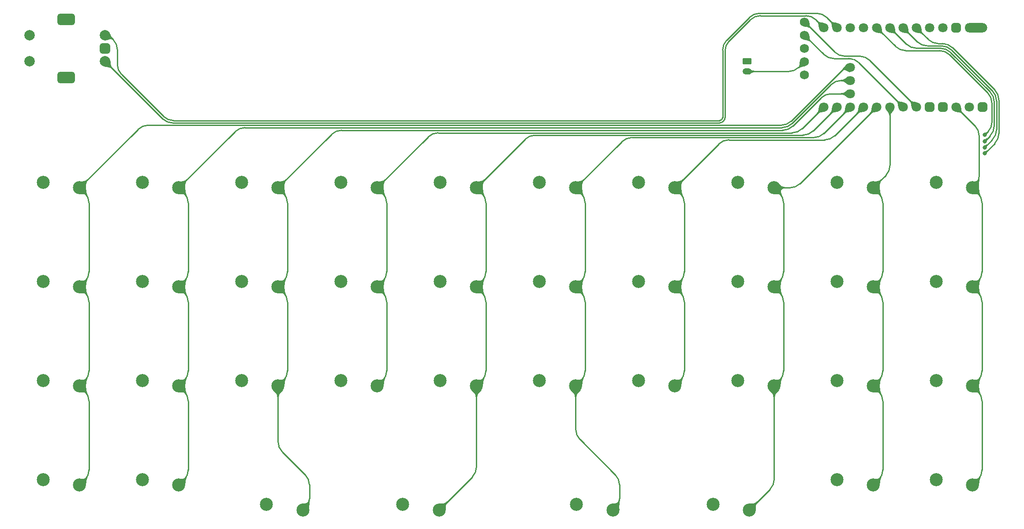
<source format=gtl>
G04 #@! TF.GenerationSoftware,KiCad,Pcbnew,7.0.5-7.0.5~ubuntu22.04.1*
G04 #@! TF.CreationDate,2023-07-14T10:16:13+02:00*
G04 #@! TF.ProjectId,pur-offset-space-55,7075722d-6f66-4667-9365-742d73706163,rev?*
G04 #@! TF.SameCoordinates,Original*
G04 #@! TF.FileFunction,Copper,L1,Top*
G04 #@! TF.FilePolarity,Positive*
%FSLAX46Y46*%
G04 Gerber Fmt 4.6, Leading zero omitted, Abs format (unit mm)*
G04 Created by KiCad (PCBNEW 7.0.5-7.0.5~ubuntu22.04.1) date 2023-07-14 10:16:13*
%MOMM*%
%LPD*%
G01*
G04 APERTURE LIST*
G04 Aperture macros list*
%AMRoundRect*
0 Rectangle with rounded corners*
0 $1 Rounding radius*
0 $2 $3 $4 $5 $6 $7 $8 $9 X,Y pos of 4 corners*
0 Add a 4 corners polygon primitive as box body*
4,1,4,$2,$3,$4,$5,$6,$7,$8,$9,$2,$3,0*
0 Add four circle primitives for the rounded corners*
1,1,$1+$1,$2,$3*
1,1,$1+$1,$4,$5*
1,1,$1+$1,$6,$7*
1,1,$1+$1,$8,$9*
0 Add four rect primitives between the rounded corners*
20,1,$1+$1,$2,$3,$4,$5,0*
20,1,$1+$1,$4,$5,$6,$7,0*
20,1,$1+$1,$6,$7,$8,$9,0*
20,1,$1+$1,$8,$9,$2,$3,0*%
G04 Aperture macros list end*
G04 #@! TA.AperFunction,ComponentPad*
%ADD10C,2.500000*%
G04 #@! TD*
G04 #@! TA.AperFunction,ComponentPad*
%ADD11C,1.752600*%
G04 #@! TD*
G04 #@! TA.AperFunction,ComponentPad*
%ADD12C,2.000000*%
G04 #@! TD*
G04 #@! TA.AperFunction,ComponentPad*
%ADD13RoundRect,0.500000X0.500000X0.500000X-0.500000X0.500000X-0.500000X-0.500000X0.500000X-0.500000X0*%
G04 #@! TD*
G04 #@! TA.AperFunction,ComponentPad*
%ADD14RoundRect,0.550000X1.150000X0.550000X-1.150000X0.550000X-1.150000X-0.550000X1.150000X-0.550000X0*%
G04 #@! TD*
G04 #@! TA.AperFunction,ComponentPad*
%ADD15C,1.800000*%
G04 #@! TD*
G04 #@! TA.AperFunction,ComponentPad*
%ADD16RoundRect,0.450000X0.450000X-0.450000X0.450000X0.450000X-0.450000X0.450000X-0.450000X-0.450000X0*%
G04 #@! TD*
G04 #@! TA.AperFunction,ComponentPad*
%ADD17O,4.340000X1.800000*%
G04 #@! TD*
G04 #@! TA.AperFunction,ComponentPad*
%ADD18RoundRect,0.250000X-0.625000X0.350000X-0.625000X-0.350000X0.625000X-0.350000X0.625000X0.350000X0*%
G04 #@! TD*
G04 #@! TA.AperFunction,ComponentPad*
%ADD19O,1.750000X1.200000*%
G04 #@! TD*
G04 #@! TA.AperFunction,ViaPad*
%ADD20C,0.800000*%
G04 #@! TD*
G04 #@! TA.AperFunction,Conductor*
%ADD21C,0.250000*%
G04 #@! TD*
G04 APERTURE END LIST*
D10*
X210378400Y-98542600D03*
X203378400Y-97492600D03*
X96078400Y-98542600D03*
X89078400Y-97492600D03*
X153228400Y-98542600D03*
X146228400Y-97492600D03*
X100840900Y-141405100D03*
X93840900Y-140355100D03*
X57978400Y-136642600D03*
X50978400Y-135592600D03*
X210378400Y-117592600D03*
X203378400Y-116542600D03*
X172278400Y-79492600D03*
X165278400Y-78442600D03*
X153228400Y-79492600D03*
X146228400Y-78442600D03*
X134178400Y-79492600D03*
X127178400Y-78442600D03*
X57978400Y-98542600D03*
X50978400Y-97492600D03*
X191328400Y-79492600D03*
X184328400Y-78442600D03*
X115128400Y-117592600D03*
X108128400Y-116542600D03*
D11*
X197153000Y-47612600D03*
X197153000Y-50152600D03*
X197153000Y-52692600D03*
X197153000Y-55232600D03*
X197153000Y-57772600D03*
D10*
X57978400Y-117592600D03*
X50978400Y-116542600D03*
X191328400Y-98542600D03*
X184328400Y-97492600D03*
X115128400Y-98542600D03*
X108128400Y-97492600D03*
X134178400Y-117592600D03*
X127178400Y-116542600D03*
X115128400Y-79492600D03*
X108128400Y-78442600D03*
X210378400Y-136642600D03*
X203378400Y-135592600D03*
X229428400Y-136642600D03*
X222428400Y-135592600D03*
X172278400Y-98542600D03*
X165278400Y-97492600D03*
X96078400Y-79492600D03*
X89078400Y-78442600D03*
X96078400Y-117592600D03*
X89078400Y-116542600D03*
X77028400Y-79492600D03*
X70028400Y-78442600D03*
X160372150Y-141405100D03*
X153372150Y-140355100D03*
X191328400Y-117592600D03*
X184328400Y-116542600D03*
X229428400Y-79492600D03*
X222428400Y-78442600D03*
X77028400Y-98542600D03*
X70028400Y-97492600D03*
X229428400Y-98542600D03*
X222428400Y-97492600D03*
D12*
X62878000Y-55192200D03*
X62878000Y-50192200D03*
D13*
X62878000Y-52692200D03*
D14*
X55378000Y-58292200D03*
X55378000Y-47092200D03*
D12*
X48378000Y-50192200D03*
X48378000Y-55192200D03*
D10*
X229428400Y-117592600D03*
X222428400Y-116542600D03*
X77028400Y-117592600D03*
X70028400Y-116542600D03*
X134178400Y-98542600D03*
X127178400Y-97492600D03*
X57978400Y-79492600D03*
X50978400Y-78442600D03*
X77028400Y-136642600D03*
X70028400Y-135592600D03*
X153228400Y-117592600D03*
X146228400Y-116542600D03*
X210378400Y-79492600D03*
X203378400Y-78442600D03*
X172278400Y-117592600D03*
X165278400Y-116542600D03*
X186565900Y-141405100D03*
X179565900Y-140355100D03*
X127034650Y-141405100D03*
X120034650Y-140355100D03*
D15*
X228803200Y-63957200D03*
X226263200Y-63957200D03*
D16*
X223723200Y-63957200D03*
X221183200Y-63957200D03*
D15*
X218643200Y-63957200D03*
X216103200Y-63957200D03*
X213563200Y-63957200D03*
X211023200Y-63957200D03*
X208483200Y-63957200D03*
X205943200Y-63957200D03*
X203403200Y-63957200D03*
X200863200Y-63957200D03*
D17*
X230073200Y-48717200D03*
D16*
X226263200Y-48717200D03*
D15*
X223723200Y-48717200D03*
X221183200Y-48717200D03*
X218643200Y-48717200D03*
X216103200Y-48717200D03*
X213563200Y-48717200D03*
X211023200Y-48717200D03*
X208483200Y-48717200D03*
X205943200Y-48717200D03*
X203403200Y-48717200D03*
X200863200Y-48717200D03*
X205943200Y-61417200D03*
X205943200Y-58877200D03*
X205943200Y-56337200D03*
D16*
X231343200Y-63957200D03*
D15*
X231343200Y-48717200D03*
D18*
X186080400Y-55124600D03*
D19*
X186080400Y-57124600D03*
D20*
X231724200Y-69342000D03*
X231724200Y-70561200D03*
X231724200Y-71729600D03*
X231749600Y-72872600D03*
D21*
X160997149Y-140780100D02*
X160372150Y-141405100D01*
X161622149Y-136566216D02*
X161622149Y-139271218D01*
X161622144Y-136566216D02*
G75*
G03*
X160825252Y-134642338I-2720744J16D01*
G01*
X160997134Y-140780085D02*
G75*
G03*
X161622149Y-139271218I-1508834J1508885D01*
G01*
X154025296Y-127842382D02*
X160825252Y-134642338D01*
X153228405Y-125918504D02*
G75*
G03*
X154025296Y-127842382I2720795J4D01*
G01*
X154233103Y-80497303D02*
X153228400Y-79492600D01*
X155030000Y-82421181D02*
X155030000Y-95614018D01*
X155030000Y-101471181D02*
X155030000Y-114664018D01*
X153935505Y-97835493D02*
X154233103Y-97537896D01*
X153935506Y-97835494D02*
G75*
G03*
X153935506Y-99249706I707094J-707106D01*
G01*
X154233100Y-116587893D02*
G75*
G03*
X155030000Y-114664018I-1923900J1923893D01*
G01*
X154233100Y-97537893D02*
G75*
G03*
X155030000Y-95614018I-1923900J1923893D01*
G01*
X153935506Y-99249706D02*
X154233103Y-99547303D01*
X155030005Y-101471181D02*
G75*
G03*
X154233103Y-99547303I-2720805J-19D01*
G01*
X154025296Y-116795703D02*
X154233103Y-116587896D01*
X153228400Y-125918504D02*
X153228400Y-118719581D01*
X155030005Y-82421181D02*
G75*
G03*
X154233103Y-80497303I-2720805J-19D01*
G01*
X154025300Y-116795707D02*
G75*
G03*
X153228400Y-118719581I1923900J-1923893D01*
G01*
X198948818Y-69824604D02*
G75*
G03*
X200872695Y-69027702I-18J2720804D01*
G01*
X164023381Y-69824594D02*
G75*
G03*
X162099503Y-70621496I19J-2720806D01*
G01*
X135980005Y-101471181D02*
G75*
G03*
X135183103Y-99547303I-2720805J-19D01*
G01*
X134885507Y-78785494D02*
G75*
G03*
X134885506Y-80199706I707093J-707106D01*
G01*
X135183100Y-97537893D02*
G75*
G03*
X135980000Y-95614018I-1923900J1923893D01*
G01*
X196858818Y-69374604D02*
G75*
G03*
X198782695Y-68577702I-18J2720804D01*
G01*
X145423381Y-69374594D02*
G75*
G03*
X143499503Y-70171496I19J-2720806D01*
G01*
X135183100Y-116587893D02*
G75*
G03*
X135980000Y-114664018I-1923900J1923893D01*
G01*
X133381525Y-135058268D02*
G75*
G03*
X134178400Y-133134368I-1923925J1923868D01*
G01*
X135980005Y-82421181D02*
G75*
G03*
X135183103Y-80497303I-2720805J-19D01*
G01*
X116930005Y-82421181D02*
G75*
G03*
X116133103Y-80497303I-2720805J-19D01*
G01*
X126823381Y-68924594D02*
G75*
G03*
X124899503Y-69721496I19J-2720806D01*
G01*
X194768818Y-68924604D02*
G75*
G03*
X196692695Y-68127702I-18J2720804D01*
G01*
X116133100Y-97537893D02*
G75*
G03*
X116930000Y-95614018I-1923900J1923893D01*
G01*
X116930005Y-101471181D02*
G75*
G03*
X116133103Y-99547303I-2720805J-19D01*
G01*
X116133100Y-116587893D02*
G75*
G03*
X116930000Y-114664018I-1923900J1923893D01*
G01*
X108270381Y-68427594D02*
G75*
G03*
X106346503Y-69224496I19J-2720806D01*
G01*
X101465894Y-140780095D02*
G75*
G03*
X102090899Y-139271218I-1508894J1508895D01*
G01*
X97083100Y-116587893D02*
G75*
G03*
X97880000Y-114664018I-1923900J1923893D01*
G01*
X192979818Y-68427604D02*
G75*
G03*
X194903695Y-67630702I-18J2720804D01*
G01*
X97880005Y-82421181D02*
G75*
G03*
X97083103Y-80497303I-2720805J-19D01*
G01*
X202244181Y-61417194D02*
G75*
G03*
X200320303Y-62214096I19J-2720806D01*
G01*
X96078440Y-128299754D02*
G75*
G03*
X96875296Y-130223632I2720760J-46D01*
G01*
X97880005Y-101471181D02*
G75*
G03*
X97083103Y-99547303I-2720805J-19D01*
G01*
X97083100Y-97537893D02*
G75*
G03*
X97880000Y-95614018I-1923900J1923893D01*
G01*
X102090880Y-136566216D02*
G75*
G03*
X101294002Y-134642338I-2720780J16D01*
G01*
X204147785Y-58877197D02*
G75*
G03*
X202223907Y-59674096I15J-2720803D01*
G01*
X77735506Y-97835494D02*
G75*
G03*
X77735506Y-99249706I707094J-707106D01*
G01*
X78033100Y-116587893D02*
G75*
G03*
X78830000Y-114664018I-1923900J1923893D01*
G01*
X192851422Y-67919607D02*
G75*
G03*
X194775300Y-67122703I-22J2720807D01*
G01*
X78830005Y-120521181D02*
G75*
G03*
X78033103Y-118597303I-2720805J-19D01*
G01*
X78830005Y-82421181D02*
G75*
G03*
X78033103Y-80497303I-2720805J-19D01*
G01*
X78033100Y-135637893D02*
G75*
G03*
X78830000Y-133714018I-1923900J1923893D01*
G01*
X78830005Y-101471181D02*
G75*
G03*
X78033103Y-99547303I-2720805J-19D01*
G01*
X78033100Y-97537893D02*
G75*
G03*
X78830000Y-95614018I-1923900J1923893D01*
G01*
X89728381Y-67919594D02*
G75*
G03*
X87804503Y-68716496I19J-2720806D01*
G01*
X59780005Y-101471181D02*
G75*
G03*
X58983103Y-99547303I-2720805J-19D01*
G01*
X58685506Y-97835494D02*
G75*
G03*
X58685506Y-99249706I707094J-707106D01*
G01*
X58983100Y-116587893D02*
G75*
G03*
X59780000Y-114664018I-1923900J1923893D01*
G01*
X59780005Y-120521181D02*
G75*
G03*
X58983103Y-118597303I-2720805J-19D01*
G01*
X192672226Y-67462410D02*
G75*
G03*
X194596104Y-66665503I-26J2720810D01*
G01*
X205433804Y-56337205D02*
G75*
G03*
X204564210Y-56697397I-4J-1229795D01*
G01*
X59780005Y-82421181D02*
G75*
G03*
X58983103Y-80497303I-2720805J-19D01*
G01*
X71135581Y-67462394D02*
G75*
G03*
X69211703Y-68259296I19J-2720806D01*
G01*
X58983100Y-135637893D02*
G75*
G03*
X59780000Y-133714018I-1923900J1923893D01*
G01*
X58983100Y-97537893D02*
G75*
G03*
X59780000Y-95614018I-1923900J1923893D01*
G01*
X233670500Y-70951693D02*
G75*
G03*
X234467400Y-69027818I-1923900J1923893D01*
G01*
X234467405Y-62594981D02*
G75*
G03*
X233670503Y-60671103I-2720805J-19D01*
G01*
X220890507Y-50964499D02*
G75*
G03*
X222814381Y-51761400I1923893J1923899D01*
G01*
X225557692Y-52558300D02*
G75*
G03*
X223633818Y-51761400I-1923892J-1923900D01*
G01*
X218800507Y-51414499D02*
G75*
G03*
X220724381Y-52211400I1923893J1923899D01*
G01*
X234017408Y-62781377D02*
G75*
G03*
X233220503Y-60857499I-2720808J-23D01*
G01*
X225371294Y-53008302D02*
G75*
G03*
X223447422Y-52211400I-1923894J-1923898D01*
G01*
X233220500Y-70233293D02*
G75*
G03*
X234017400Y-68309418I-1923900J1923893D01*
G01*
X233567411Y-62967773D02*
G75*
G03*
X232770503Y-61043895I-2720811J-27D01*
G01*
X232770500Y-69514893D02*
G75*
G03*
X233567400Y-67591018I-1923900J1923893D01*
G01*
X216710507Y-51864499D02*
G75*
G03*
X218634381Y-52661400I1923893J1923899D01*
G01*
X225184896Y-53458304D02*
G75*
G03*
X223261026Y-52661400I-1923896J-1923896D01*
G01*
X232420833Y-68645433D02*
G75*
G03*
X233117400Y-66963658I-1681833J1681733D01*
G01*
X214620507Y-52314499D02*
G75*
G03*
X216544381Y-53111400I1923893J1923899D01*
G01*
X233117413Y-63154169D02*
G75*
G03*
X232320502Y-61230292I-2720813J-31D01*
G01*
X224998498Y-53908306D02*
G75*
G03*
X223074630Y-53111400I-1923898J-1923894D01*
G01*
X182236298Y-51086709D02*
G75*
G03*
X181439400Y-53010585I1923902J-1923891D01*
G01*
X201438692Y-46752700D02*
G75*
G03*
X199514818Y-45955800I-1923892J-1923900D01*
G01*
X63859860Y-50448674D02*
G75*
G03*
X63240700Y-50192200I-619160J-619126D01*
G01*
X74087705Y-65765497D02*
G75*
G03*
X76011577Y-66562400I1923895J1923897D01*
G01*
X65227205Y-52942981D02*
G75*
G03*
X64430303Y-51019103I-2720805J-19D01*
G01*
X181262835Y-66385835D02*
G75*
G03*
X181439400Y-65959456I-426435J426335D01*
G01*
X65227192Y-55778022D02*
G75*
G03*
X66024096Y-57701900I2720808J22D01*
G01*
X188494185Y-45955797D02*
G75*
G03*
X186570307Y-46752696I15J-2720803D01*
G01*
X180836456Y-66562352D02*
G75*
G03*
X181262801Y-66385801I44J602952D01*
G01*
X181581033Y-66704033D02*
G75*
G03*
X181889400Y-65959456I-744633J744533D01*
G01*
X73901307Y-66215499D02*
G75*
G03*
X75825181Y-67012400I1923893J1923899D01*
G01*
X180836456Y-67012352D02*
G75*
G03*
X181580999Y-66703999I44J1052952D01*
G01*
X199348692Y-47202700D02*
G75*
G03*
X197424818Y-46405800I-1923892J-1923900D01*
G01*
X188680581Y-46405794D02*
G75*
G03*
X186756703Y-47202696I19J-2720806D01*
G01*
X182686300Y-51273107D02*
G75*
G03*
X181889400Y-53196981I1923900J-1923893D01*
G01*
X172985507Y-78785494D02*
G75*
G03*
X172985506Y-80199706I707093J-707106D01*
G01*
X201038818Y-70274604D02*
G75*
G03*
X202962695Y-69477702I-18J2720804D01*
G01*
X173283100Y-97537893D02*
G75*
G03*
X174080000Y-95614018I-1923900J1923893D01*
G01*
X182623381Y-70274594D02*
G75*
G03*
X180699503Y-71071496I19J-2720806D01*
G01*
X174080005Y-101471181D02*
G75*
G03*
X173283103Y-99547303I-2720805J-19D01*
G01*
X173283100Y-116587893D02*
G75*
G03*
X174080000Y-114664018I-1923900J1923893D01*
G01*
X174080005Y-82421181D02*
G75*
G03*
X173283103Y-80497303I-2720805J-19D01*
G01*
X192138356Y-79492578D02*
G75*
G03*
X191901125Y-80065325I44J-335522D01*
G01*
X192333100Y-97537892D02*
G75*
G03*
X193130000Y-95614018I-1923900J1923892D01*
G01*
X190531500Y-137439493D02*
G75*
G03*
X191328400Y-135515618I-1923900J1923893D01*
G01*
X192035507Y-97835494D02*
G75*
G03*
X192035506Y-99249706I707093J-707106D01*
G01*
X192333100Y-116587893D02*
G75*
G03*
X193130000Y-114664018I-1923900J1923893D01*
G01*
X193130005Y-82421181D02*
G75*
G03*
X192333103Y-80497303I-2720805J-19D01*
G01*
X194360818Y-79492604D02*
G75*
G03*
X196284695Y-78695702I-18J2720804D01*
G01*
X193130005Y-101471181D02*
G75*
G03*
X192333103Y-99547303I-2720805J-19D01*
G01*
X211085506Y-97835494D02*
G75*
G03*
X211085506Y-99249706I707094J-707106D01*
G01*
X212180005Y-120521181D02*
G75*
G03*
X211383103Y-118597303I-2720805J-19D01*
G01*
X211383100Y-116587893D02*
G75*
G03*
X212180000Y-114664018I-1923900J1923893D01*
G01*
X212180005Y-82421181D02*
G75*
G03*
X211383103Y-80497303I-2720805J-19D01*
G01*
X212766300Y-77104693D02*
G75*
G03*
X213563200Y-75180818I-1923900J1923893D01*
G01*
X211383100Y-135637893D02*
G75*
G03*
X212180000Y-133714018I-1923900J1923893D01*
G01*
X212180005Y-101471181D02*
G75*
G03*
X211383103Y-99547303I-2720805J-19D01*
G01*
X211383100Y-97537893D02*
G75*
G03*
X212180000Y-95614018I-1923900J1923893D01*
G01*
X230433100Y-116587893D02*
G75*
G03*
X231230000Y-114664018I-1923900J1923893D01*
G01*
X231230005Y-120521181D02*
G75*
G03*
X230433103Y-118597303I-2720805J-19D01*
G01*
X230678405Y-69499380D02*
G75*
G03*
X229881502Y-67575502I-2720805J-20D01*
G01*
X231230005Y-82421181D02*
G75*
G03*
X230433103Y-80497303I-2720805J-19D01*
G01*
X230053400Y-78867601D02*
G75*
G03*
X230053399Y-80117599I625000J-624999D01*
G01*
X230433100Y-135637893D02*
G75*
G03*
X231230000Y-133714018I-1923900J1923893D01*
G01*
X230433100Y-97537893D02*
G75*
G03*
X231230000Y-95614018I-1923900J1923893D01*
G01*
X231230005Y-101471181D02*
G75*
G03*
X230433103Y-99547303I-2720805J-19D01*
G01*
X230053394Y-78867595D02*
G75*
G03*
X230678399Y-77358718I-1508894J1508895D01*
G01*
X194134018Y-57124604D02*
G75*
G03*
X196057895Y-56327702I-18J2720804D01*
G01*
X207578292Y-55432300D02*
G75*
G03*
X205654418Y-54635400I-1923892J-1923900D01*
G01*
X200838907Y-53838499D02*
G75*
G03*
X202762781Y-54635400I1923893J1923899D01*
G01*
X197173039Y-47617825D02*
G75*
G03*
X197160400Y-47612600I-12639J-12675D01*
G01*
X202943707Y-53388499D02*
G75*
G03*
X204867581Y-54185400I1923893J1923899D01*
G01*
X209668292Y-54982300D02*
G75*
G03*
X207744418Y-54185400I-1923892J-1923900D01*
G01*
X232420800Y-68645400D02*
X231724200Y-69342000D01*
X233117400Y-66963658D02*
X233117400Y-63154169D01*
X232320503Y-61230291D02*
X224998508Y-53908296D01*
X216544381Y-53111400D02*
X223074630Y-53111400D01*
X214620503Y-52314503D02*
X211023200Y-48717200D01*
X232770503Y-69514896D02*
X231724200Y-70561200D01*
X233567400Y-62967773D02*
X233567400Y-67591018D01*
X232770503Y-61043895D02*
X225184904Y-53458296D01*
X218634381Y-52661400D02*
X223261026Y-52661400D01*
X216710503Y-51864503D02*
X213563200Y-48717200D01*
X233220503Y-70233296D02*
X231724200Y-71729600D01*
X234017400Y-62781377D02*
X234017400Y-68309418D01*
X233220503Y-60857499D02*
X225371300Y-53008296D01*
X220724381Y-52211400D02*
X223447422Y-52211400D01*
X218800503Y-51414503D02*
X216103200Y-48717200D01*
X233670503Y-70951696D02*
X231749600Y-72872600D01*
X234467400Y-69027818D02*
X234467400Y-62594981D01*
X222814381Y-51761400D02*
X223633818Y-51761400D01*
X220890503Y-50964503D02*
X218643200Y-48717200D01*
X233670503Y-60671103D02*
X225557696Y-52558296D01*
X211085505Y-97835493D02*
X211383103Y-97537896D01*
X211085506Y-99249706D02*
X211383103Y-99547303D01*
X191901125Y-80065325D02*
X192333103Y-80497303D01*
X192333103Y-97537895D02*
X192035506Y-97835493D01*
X192035506Y-99249706D02*
X192333103Y-99547303D01*
X172985506Y-80199706D02*
X173283103Y-80497303D01*
X58983103Y-99547303D02*
X58685506Y-99249706D01*
X58685505Y-97835493D02*
X58983103Y-97537896D01*
X77735505Y-97835493D02*
X78033103Y-97537896D01*
X77735506Y-99249706D02*
X78033103Y-99547303D01*
X134885506Y-80199706D02*
X135183103Y-80497303D01*
X209668296Y-54982296D02*
X218643200Y-63957200D01*
X197173032Y-47617832D02*
X202943703Y-53388503D01*
X197160400Y-47612600D02*
X197153000Y-47612600D01*
X204867581Y-54185400D02*
X207744418Y-54185400D01*
X200838903Y-53838503D02*
X197153000Y-50152600D01*
X207578296Y-55432296D02*
X216103200Y-63957200D01*
X205654418Y-54635400D02*
X202762781Y-54635400D01*
X196057896Y-56327703D02*
X197153000Y-55232600D01*
X194134018Y-57124600D02*
X186080400Y-57124600D01*
X230433103Y-118597303D02*
X229428400Y-117592600D01*
X231230000Y-82421181D02*
X231230000Y-95614018D01*
X231230000Y-114664018D02*
X231230000Y-101471181D01*
X230433103Y-80497303D02*
X230053399Y-80117599D01*
X230433103Y-99547303D02*
X229428400Y-98542600D01*
X230433103Y-97537896D02*
X229428400Y-98542600D01*
X230433103Y-135637896D02*
X229428400Y-136642600D01*
X230433103Y-116587896D02*
X229428400Y-117592600D01*
X229881502Y-67575502D02*
X226263200Y-63957200D01*
X231230000Y-120521181D02*
X231230000Y-133714018D01*
X230678399Y-69499380D02*
X230678399Y-77358718D01*
X212766303Y-77104696D02*
X210378400Y-79492600D01*
X211383103Y-116587896D02*
X210378400Y-117592600D01*
X211383103Y-135637896D02*
X210378400Y-136642600D01*
X211383103Y-80497303D02*
X210378400Y-79492600D01*
X212180000Y-114664018D02*
X212180000Y-101471181D01*
X211383103Y-118597303D02*
X210378400Y-117592600D01*
X212180000Y-82421181D02*
X212180000Y-95614018D01*
X212180000Y-120521181D02*
X212180000Y-133714018D01*
X213563200Y-75180818D02*
X213563200Y-63957200D01*
X191328400Y-135515618D02*
X191328400Y-117592600D01*
X193130000Y-114664018D02*
X193130000Y-101471181D01*
X196284696Y-78695703D02*
X211023200Y-63957200D01*
X192333103Y-116587896D02*
X191328400Y-117592600D01*
X193130000Y-95614018D02*
X193130000Y-82421181D01*
X190531503Y-137439496D02*
X186565900Y-141405100D01*
X192138356Y-79492600D02*
X194360818Y-79492600D01*
X174080000Y-101471181D02*
X174080000Y-114664018D01*
X173283103Y-99547303D02*
X172278400Y-98542600D01*
X201038818Y-70274600D02*
X182623381Y-70274600D01*
X174080000Y-95614018D02*
X174080000Y-82421181D01*
X173283103Y-116587896D02*
X172278400Y-117592600D01*
X202962696Y-69477703D02*
X208483200Y-63957200D01*
X172985506Y-78785493D02*
X180699503Y-71071496D01*
X173283103Y-97537896D02*
X172278400Y-98542600D01*
X186756703Y-47202696D02*
X182686296Y-51273103D01*
X181889400Y-65959456D02*
X181889400Y-53196981D01*
X73901303Y-66215503D02*
X62878000Y-55192200D01*
X75825181Y-67012400D02*
X180836456Y-67012400D01*
X197424818Y-46405800D02*
X188680581Y-46405800D01*
X199348696Y-47202696D02*
X200863200Y-48717200D01*
X63240700Y-50192200D02*
X62878000Y-50192200D01*
X201438696Y-46752696D02*
X203403200Y-48717200D01*
X199514818Y-45955800D02*
X188494185Y-45955800D01*
X182236296Y-51086707D02*
X186570307Y-46752696D01*
X65227200Y-52942981D02*
X65227200Y-55778022D01*
X74087699Y-65765503D02*
X66024096Y-57701900D01*
X76011577Y-66562400D02*
X180836456Y-66562400D01*
X63859867Y-50448667D02*
X64430303Y-51019103D01*
X181439400Y-53010585D02*
X181439400Y-65959456D01*
X58983103Y-80497303D02*
X57978400Y-79492600D01*
X205433804Y-56337200D02*
X205943200Y-56337200D01*
X58983103Y-135637896D02*
X57978400Y-136642600D01*
X69211703Y-68259296D02*
X57978400Y-79492600D01*
X58983103Y-116587896D02*
X57978400Y-117592600D01*
X58983103Y-118597303D02*
X57978400Y-117592600D01*
X59780000Y-101471181D02*
X59780000Y-114664018D01*
X59780000Y-82421181D02*
X59780000Y-95614018D01*
X194596104Y-66665503D02*
X204564210Y-56697397D01*
X192672226Y-67462400D02*
X71135581Y-67462400D01*
X59780000Y-120521181D02*
X59780000Y-133714018D01*
X78033103Y-135637896D02*
X77028400Y-136642600D01*
X202223907Y-59674096D02*
X194775300Y-67122703D01*
X204147785Y-58877200D02*
X205943200Y-58877200D01*
X192851422Y-67919600D02*
X89728381Y-67919600D01*
X78033103Y-118597303D02*
X77028400Y-117592600D01*
X78033103Y-80497303D02*
X77028400Y-79492600D01*
X78033103Y-116587896D02*
X77028400Y-117592600D01*
X78830000Y-114664018D02*
X78830000Y-101471181D01*
X78830000Y-82421181D02*
X78830000Y-95614018D01*
X78830000Y-120521181D02*
X78830000Y-133714018D01*
X77028400Y-79492600D02*
X87804503Y-68716496D01*
X97083103Y-116587896D02*
X96078400Y-117592600D01*
X97083103Y-80497303D02*
X96078400Y-79492600D01*
X106346503Y-69224496D02*
X96078400Y-79492600D01*
X97083103Y-99547303D02*
X96078400Y-98542600D01*
X96875296Y-130223632D02*
X101294002Y-134642338D01*
X97083103Y-97537896D02*
X96078400Y-98542600D01*
X97880000Y-82421181D02*
X97880000Y-95614018D01*
X108270381Y-68427600D02*
X192979818Y-68427600D01*
X194903696Y-67630703D02*
X200320303Y-62214096D01*
X101465899Y-140780100D02*
X100840900Y-141405100D01*
X202244181Y-61417200D02*
X205943200Y-61417200D01*
X96078400Y-128299754D02*
X96078400Y-117592600D01*
X102090899Y-139271218D02*
X102090899Y-136566216D01*
X97880000Y-114664018D02*
X97880000Y-101471181D01*
X116133103Y-99547303D02*
X115128400Y-98542600D01*
X126823381Y-68924600D02*
X194768818Y-68924600D01*
X116133103Y-97537896D02*
X115128400Y-98542600D01*
X116133103Y-80497303D02*
X115128400Y-79492600D01*
X116930000Y-101471181D02*
X116930000Y-114664018D01*
X116133103Y-116587896D02*
X115128400Y-117592600D01*
X196692696Y-68127703D02*
X200863200Y-63957200D01*
X124899503Y-69721496D02*
X115128400Y-79492600D01*
X116930000Y-82421181D02*
X116930000Y-95614018D01*
X198782696Y-68577703D02*
X203403200Y-63957200D01*
X135980000Y-101471181D02*
X135980000Y-114664018D01*
X134885506Y-78785493D02*
X143499503Y-70171496D01*
X135183103Y-116587896D02*
X134178400Y-117592600D01*
X135980000Y-95614018D02*
X135980000Y-82421181D01*
X196858818Y-69374600D02*
X145423381Y-69374600D01*
X133381503Y-135058246D02*
X127034650Y-141405100D01*
X135183103Y-97537896D02*
X134178400Y-98542600D01*
X135183103Y-99547303D02*
X134178400Y-98542600D01*
X134178400Y-133134368D02*
X134178400Y-117592600D01*
X200872696Y-69027703D02*
X205943200Y-63957200D01*
X198948818Y-69824600D02*
X164023381Y-69824600D01*
X162099503Y-70621496D02*
X153228400Y-79492600D01*
G04 #@! TA.AperFunction,Conductor*
G36*
X161712351Y-139578600D02*
G01*
X161720105Y-139583078D01*
X161722426Y-139591703D01*
X161664901Y-140035702D01*
X161625647Y-140385177D01*
X161625643Y-140385218D01*
X161604731Y-140683690D01*
X161604729Y-140683732D01*
X161600718Y-140986418D01*
X161600717Y-140986424D01*
X161611810Y-141337005D01*
X161608647Y-141345382D01*
X161600658Y-141349062D01*
X160380522Y-141405696D01*
X160372099Y-141402657D01*
X160369028Y-141398123D01*
X159943791Y-140265494D01*
X159944091Y-140256546D01*
X159950632Y-140250430D01*
X159952333Y-140249934D01*
X160320258Y-140172533D01*
X160321906Y-140172308D01*
X160710178Y-140147481D01*
X161061948Y-140092264D01*
X161332030Y-139920878D01*
X161472754Y-139556077D01*
X161478927Y-139549595D01*
X161485191Y-139548691D01*
X161712351Y-139578600D01*
G37*
G04 #@! TD.AperFunction*
G04 #@! TA.AperFunction,Conductor*
G36*
X154450612Y-79357992D02*
G01*
X154454940Y-79365832D01*
X154454974Y-79366180D01*
X154483075Y-79709107D01*
X154483083Y-79709227D01*
X154501607Y-80011594D01*
X154501609Y-80011609D01*
X154540699Y-80306086D01*
X154540700Y-80306089D01*
X154631484Y-80637267D01*
X154631484Y-80637269D01*
X154800777Y-81039518D01*
X154800828Y-81048473D01*
X154795069Y-81054598D01*
X154588487Y-81154083D01*
X154579547Y-81154585D01*
X154574075Y-81150594D01*
X154340978Y-80842036D01*
X154054720Y-80720156D01*
X154054719Y-80720155D01*
X153731055Y-80712915D01*
X153380298Y-80740599D01*
X153379567Y-80740611D01*
X153024626Y-80724223D01*
X153016520Y-80720418D01*
X153013478Y-80711995D01*
X153013641Y-80710520D01*
X153226450Y-79500322D01*
X153231258Y-79492769D01*
X153236665Y-79490724D01*
X154442011Y-79355509D01*
X154450612Y-79357992D01*
G37*
G04 #@! TD.AperFunction*
G04 #@! TA.AperFunction,Conductor*
G36*
X154588486Y-96881115D02*
G01*
X154795068Y-96980600D01*
X154801035Y-96987277D01*
X154800776Y-96995680D01*
X154631483Y-97397927D01*
X154631483Y-97397929D01*
X154540699Y-97729107D01*
X154540698Y-97729110D01*
X154501607Y-98023587D01*
X154501605Y-98023602D01*
X154483081Y-98325972D01*
X154483073Y-98326093D01*
X154454974Y-98669016D01*
X154450883Y-98676982D01*
X154442358Y-98679722D01*
X154442009Y-98679688D01*
X153236669Y-98544476D01*
X153228829Y-98540148D01*
X153226450Y-98534875D01*
X153013643Y-97324688D01*
X153015585Y-97315949D01*
X153023140Y-97311141D01*
X153024618Y-97310976D01*
X153300558Y-97298235D01*
X153379567Y-97294587D01*
X153380298Y-97294599D01*
X153402085Y-97296318D01*
X153731048Y-97322282D01*
X154054719Y-97315041D01*
X154340977Y-97193161D01*
X154574075Y-96884602D01*
X154581796Y-96880068D01*
X154588486Y-96881115D01*
G37*
G04 #@! TD.AperFunction*
G04 #@! TA.AperFunction,Conductor*
G36*
X154450612Y-98407992D02*
G01*
X154454940Y-98415832D01*
X154454974Y-98416180D01*
X154483075Y-98759107D01*
X154483083Y-98759227D01*
X154501607Y-99061594D01*
X154501609Y-99061609D01*
X154540699Y-99356086D01*
X154540700Y-99356089D01*
X154631484Y-99687267D01*
X154631484Y-99687269D01*
X154800777Y-100089518D01*
X154800828Y-100098473D01*
X154795069Y-100104598D01*
X154588487Y-100204083D01*
X154579547Y-100204585D01*
X154574075Y-100200594D01*
X154340978Y-99892036D01*
X154054720Y-99770156D01*
X154054719Y-99770156D01*
X153731055Y-99762915D01*
X153380298Y-99790599D01*
X153379567Y-99790611D01*
X153024626Y-99774223D01*
X153016520Y-99770418D01*
X153013478Y-99761995D01*
X153013641Y-99760520D01*
X153226450Y-98550322D01*
X153231258Y-98542769D01*
X153236665Y-98540724D01*
X154442011Y-98405509D01*
X154450612Y-98407992D01*
G37*
G04 #@! TD.AperFunction*
G04 #@! TA.AperFunction,Conductor*
G36*
X154588486Y-115931115D02*
G01*
X154795068Y-116030600D01*
X154801035Y-116037277D01*
X154800776Y-116045680D01*
X154631483Y-116447927D01*
X154631483Y-116447929D01*
X154540699Y-116779107D01*
X154540698Y-116779110D01*
X154501607Y-117073587D01*
X154501605Y-117073602D01*
X154483081Y-117375972D01*
X154483073Y-117376093D01*
X154454974Y-117719016D01*
X154450883Y-117726982D01*
X154442358Y-117729722D01*
X154442009Y-117729688D01*
X153236669Y-117594476D01*
X153228829Y-117590148D01*
X153226450Y-117584875D01*
X153013643Y-116374688D01*
X153015585Y-116365949D01*
X153023140Y-116361141D01*
X153024618Y-116360976D01*
X153300558Y-116348235D01*
X153379567Y-116344587D01*
X153380298Y-116344599D01*
X153402085Y-116346318D01*
X153731048Y-116372282D01*
X154054719Y-116365041D01*
X154340977Y-116243161D01*
X154574075Y-115934602D01*
X154581796Y-115930068D01*
X154588486Y-115931115D01*
G37*
G04 #@! TD.AperFunction*
G04 #@! TA.AperFunction,Conductor*
G36*
X153235923Y-117597921D02*
G01*
X154164639Y-118378176D01*
X154176435Y-118388086D01*
X154180565Y-118396031D01*
X154177867Y-118404570D01*
X154177392Y-118405101D01*
X154026896Y-118563557D01*
X153940833Y-118654172D01*
X153940671Y-118654336D01*
X153714441Y-118873276D01*
X153714429Y-118873289D01*
X153527486Y-119105951D01*
X153527486Y-119105953D01*
X153400328Y-119405117D01*
X153354566Y-119813214D01*
X153350239Y-119821054D01*
X153342939Y-119823610D01*
X153113861Y-119823610D01*
X153105588Y-119820183D01*
X153102234Y-119813214D01*
X153056471Y-119405116D01*
X152929312Y-119105951D01*
X152929312Y-119105950D01*
X152742368Y-118873289D01*
X152742356Y-118873276D01*
X152516151Y-118654360D01*
X152515977Y-118654185D01*
X152515954Y-118654161D01*
X152454068Y-118589000D01*
X152279407Y-118405100D01*
X152276195Y-118396742D01*
X152279834Y-118388559D01*
X152280346Y-118388101D01*
X153220875Y-117597921D01*
X153229413Y-117595224D01*
X153235923Y-117597921D01*
G37*
G04 #@! TD.AperFunction*
G04 #@! TA.AperFunction,Conductor*
G36*
X102180992Y-139578538D02*
G01*
X102188745Y-139583015D01*
X102191066Y-139591640D01*
X102133549Y-140035647D01*
X102094315Y-140385112D01*
X102094311Y-140385162D01*
X102073423Y-140683630D01*
X102073421Y-140683675D01*
X102069435Y-140986361D01*
X102069434Y-140986365D01*
X102080548Y-141336945D01*
X102077385Y-141345323D01*
X102069397Y-141349003D01*
X100849273Y-141405695D01*
X100840850Y-141402656D01*
X100837777Y-141398121D01*
X100412476Y-140265519D01*
X100412776Y-140256569D01*
X100419316Y-140250453D01*
X100421020Y-140249957D01*
X100788932Y-140172536D01*
X100790583Y-140172310D01*
X101178841Y-140147460D01*
X101530601Y-140092222D01*
X101800675Y-139920821D01*
X101941392Y-139556018D01*
X101947567Y-139549534D01*
X101953831Y-139548630D01*
X102180992Y-139578538D01*
G37*
G04 #@! TD.AperFunction*
G04 #@! TA.AperFunction,Conductor*
G36*
X205315085Y-55709069D02*
G01*
X205315197Y-55709179D01*
X205588378Y-55981753D01*
X205940467Y-56333061D01*
X205943903Y-56341329D01*
X205943903Y-56341351D01*
X205943211Y-57223183D01*
X205939778Y-57231454D01*
X205931502Y-57234874D01*
X205929411Y-57234684D01*
X205539739Y-57163593D01*
X205536624Y-57162556D01*
X205498220Y-57143434D01*
X205224861Y-57007322D01*
X205224826Y-57007304D01*
X204960359Y-56867846D01*
X204960358Y-56867845D01*
X204960353Y-56867844D01*
X204701614Y-56843483D01*
X204413486Y-57027753D01*
X204404670Y-57029323D01*
X204398909Y-57026169D01*
X204236938Y-56864198D01*
X204233511Y-56855925D01*
X204236817Y-56847775D01*
X204501789Y-56575008D01*
X204688692Y-56368954D01*
X204846895Y-56187893D01*
X205033799Y-55981839D01*
X205298542Y-55709308D01*
X205306763Y-55705762D01*
X205315085Y-55709069D01*
G37*
G04 #@! TD.AperFunction*
G04 #@! TA.AperFunction,Conductor*
G36*
X63800024Y-49813991D02*
G01*
X63806349Y-49820325D01*
X63929029Y-50116991D01*
X63929045Y-50117030D01*
X64028690Y-50334232D01*
X64136449Y-50509836D01*
X64136454Y-50509843D01*
X64287899Y-50692434D01*
X64287918Y-50692455D01*
X64510679Y-50922443D01*
X64513974Y-50930770D01*
X64510548Y-50938856D01*
X64348746Y-51100658D01*
X64340473Y-51104085D01*
X64333913Y-51102072D01*
X64060972Y-50917220D01*
X63813806Y-50913342D01*
X63813805Y-50913343D01*
X63560765Y-51013053D01*
X63560766Y-51013054D01*
X63263281Y-51133110D01*
X63260666Y-51133826D01*
X62891454Y-51190147D01*
X62882759Y-51188007D01*
X62878124Y-51180345D01*
X62877990Y-51178589D01*
X62877298Y-50199322D01*
X62880719Y-50191049D01*
X62884528Y-50188503D01*
X63791072Y-49813982D01*
X63800024Y-49813991D01*
G37*
G04 #@! TD.AperFunction*
G04 #@! TA.AperFunction,Conductor*
G36*
X230768492Y-77666038D02*
G01*
X230776245Y-77670515D01*
X230778566Y-77679140D01*
X230721049Y-78123147D01*
X230681815Y-78472612D01*
X230681811Y-78472662D01*
X230660923Y-78771130D01*
X230660921Y-78771175D01*
X230656935Y-79073861D01*
X230656934Y-79073865D01*
X230668048Y-79424445D01*
X230664885Y-79432823D01*
X230656897Y-79436503D01*
X229436773Y-79493195D01*
X229428350Y-79490156D01*
X229425277Y-79485621D01*
X228999976Y-78353019D01*
X229000276Y-78344069D01*
X229006816Y-78337953D01*
X229008520Y-78337457D01*
X229376432Y-78260036D01*
X229378083Y-78259810D01*
X229766341Y-78234960D01*
X230118101Y-78179722D01*
X230388175Y-78008321D01*
X230528892Y-77643518D01*
X230535067Y-77637034D01*
X230541331Y-77636130D01*
X230768492Y-77666038D01*
G37*
G04 #@! TD.AperFunction*
G04 #@! TA.AperFunction,Conductor*
G36*
X232209171Y-68695600D02*
G01*
X232370599Y-68857028D01*
X232374026Y-68865301D01*
X232371196Y-68872931D01*
X232267490Y-68993487D01*
X232210600Y-69100215D01*
X232180656Y-69205560D01*
X232180641Y-69205620D01*
X232150749Y-69330032D01*
X232150590Y-69330576D01*
X232097800Y-69483357D01*
X232091860Y-69490057D01*
X232082921Y-69490594D01*
X232082290Y-69490356D01*
X231728004Y-69344563D01*
X231721657Y-69338245D01*
X231721636Y-69338195D01*
X231667055Y-69205560D01*
X231575843Y-68983908D01*
X231575864Y-68974955D01*
X231582211Y-68968637D01*
X231582811Y-68968410D01*
X231735645Y-68915599D01*
X231736142Y-68915454D01*
X231860610Y-68885549D01*
X231965984Y-68855598D01*
X232072712Y-68798707D01*
X232193271Y-68695002D01*
X232201775Y-68692206D01*
X232209171Y-68695600D01*
G37*
G04 #@! TD.AperFunction*
G04 #@! TA.AperFunction,Conductor*
G36*
X211851738Y-48377711D02*
G01*
X211858064Y-48384050D01*
X211858443Y-48385109D01*
X211973441Y-48762876D01*
X211973866Y-48764898D01*
X212010139Y-49069093D01*
X212039967Y-49331589D01*
X212039968Y-49331593D01*
X212139348Y-49594693D01*
X212377852Y-49893427D01*
X212380336Y-49902031D01*
X212376982Y-49909000D01*
X212215000Y-50070982D01*
X212206727Y-50074409D01*
X212199427Y-50071852D01*
X211900693Y-49833348D01*
X211637593Y-49733968D01*
X211637589Y-49733967D01*
X211375124Y-49704142D01*
X211375091Y-49704124D01*
X211375061Y-49704135D01*
X211070898Y-49667866D01*
X211068876Y-49667441D01*
X210691109Y-49552443D01*
X210684192Y-49546755D01*
X210683323Y-49537843D01*
X210683694Y-49536804D01*
X211020638Y-48720983D01*
X211026961Y-48714647D01*
X211842786Y-48377702D01*
X211851738Y-48377711D01*
G37*
G04 #@! TD.AperFunction*
G04 #@! TA.AperFunction,Conductor*
G36*
X232209171Y-69914800D02*
G01*
X232370598Y-70076228D01*
X232374025Y-70084501D01*
X232371195Y-70092131D01*
X232267490Y-70212687D01*
X232210599Y-70319415D01*
X232180656Y-70424760D01*
X232180641Y-70424820D01*
X232150749Y-70549232D01*
X232150590Y-70549776D01*
X232097800Y-70702557D01*
X232091860Y-70709257D01*
X232082921Y-70709794D01*
X232082290Y-70709556D01*
X231728004Y-70563763D01*
X231721657Y-70557445D01*
X231721636Y-70557395D01*
X231667055Y-70424760D01*
X231575843Y-70203108D01*
X231575864Y-70194155D01*
X231582211Y-70187837D01*
X231582811Y-70187610D01*
X231735645Y-70134799D01*
X231736142Y-70134654D01*
X231860610Y-70104749D01*
X231965984Y-70074798D01*
X232072712Y-70017907D01*
X232193271Y-69914202D01*
X232201775Y-69911406D01*
X232209171Y-69914800D01*
G37*
G04 #@! TD.AperFunction*
G04 #@! TA.AperFunction,Conductor*
G36*
X214391738Y-48377711D02*
G01*
X214398064Y-48384050D01*
X214398443Y-48385109D01*
X214513441Y-48762876D01*
X214513866Y-48764898D01*
X214550139Y-49069093D01*
X214579967Y-49331589D01*
X214579968Y-49331593D01*
X214679348Y-49594693D01*
X214917852Y-49893427D01*
X214920336Y-49902031D01*
X214916982Y-49909000D01*
X214755000Y-50070982D01*
X214746727Y-50074409D01*
X214739427Y-50071852D01*
X214440693Y-49833348D01*
X214177593Y-49733968D01*
X214177589Y-49733967D01*
X213915124Y-49704142D01*
X213915091Y-49704124D01*
X213915061Y-49704135D01*
X213610898Y-49667866D01*
X213608876Y-49667441D01*
X213231109Y-49552443D01*
X213224192Y-49546755D01*
X213223323Y-49537843D01*
X213223694Y-49536804D01*
X213560638Y-48720983D01*
X213566961Y-48714647D01*
X214382786Y-48377702D01*
X214391738Y-48377711D01*
G37*
G04 #@! TD.AperFunction*
G04 #@! TA.AperFunction,Conductor*
G36*
X232209171Y-71083200D02*
G01*
X232370598Y-71244628D01*
X232374025Y-71252901D01*
X232371195Y-71260531D01*
X232267490Y-71381087D01*
X232210599Y-71487815D01*
X232180656Y-71593160D01*
X232180641Y-71593220D01*
X232150749Y-71717632D01*
X232150590Y-71718176D01*
X232097800Y-71870957D01*
X232091860Y-71877657D01*
X232082921Y-71878194D01*
X232082290Y-71877956D01*
X231728004Y-71732163D01*
X231721657Y-71725845D01*
X231721636Y-71725795D01*
X231667055Y-71593160D01*
X231575843Y-71371508D01*
X231575864Y-71362555D01*
X231582211Y-71356237D01*
X231582811Y-71356010D01*
X231735645Y-71303199D01*
X231736142Y-71303054D01*
X231860610Y-71273149D01*
X231965984Y-71243198D01*
X232072712Y-71186307D01*
X232193271Y-71082602D01*
X232201775Y-71079806D01*
X232209171Y-71083200D01*
G37*
G04 #@! TD.AperFunction*
G04 #@! TA.AperFunction,Conductor*
G36*
X216931738Y-48377711D02*
G01*
X216938064Y-48384050D01*
X216938443Y-48385109D01*
X217053441Y-48762876D01*
X217053866Y-48764898D01*
X217090139Y-49069093D01*
X217119967Y-49331589D01*
X217119968Y-49331593D01*
X217219348Y-49594693D01*
X217457852Y-49893427D01*
X217460336Y-49902031D01*
X217456982Y-49909000D01*
X217295000Y-50070982D01*
X217286727Y-50074409D01*
X217279427Y-50071852D01*
X216980693Y-49833348D01*
X216717593Y-49733968D01*
X216717589Y-49733967D01*
X216455124Y-49704142D01*
X216455091Y-49704124D01*
X216455061Y-49704135D01*
X216150898Y-49667866D01*
X216148876Y-49667441D01*
X215771109Y-49552443D01*
X215764192Y-49546755D01*
X215763323Y-49537843D01*
X215763694Y-49536804D01*
X216100638Y-48720983D01*
X216106961Y-48714647D01*
X216922786Y-48377702D01*
X216931738Y-48377711D01*
G37*
G04 #@! TD.AperFunction*
G04 #@! TA.AperFunction,Conductor*
G36*
X232234571Y-72226200D02*
G01*
X232395999Y-72387628D01*
X232399426Y-72395901D01*
X232396596Y-72403531D01*
X232292890Y-72524087D01*
X232236000Y-72630815D01*
X232206056Y-72736160D01*
X232206041Y-72736220D01*
X232176149Y-72860632D01*
X232175990Y-72861176D01*
X232123200Y-73013957D01*
X232117260Y-73020657D01*
X232108321Y-73021194D01*
X232107690Y-73020956D01*
X231753404Y-72875163D01*
X231747057Y-72868845D01*
X231747036Y-72868795D01*
X231692455Y-72736160D01*
X231601243Y-72514508D01*
X231601264Y-72505555D01*
X231607611Y-72499237D01*
X231608211Y-72499010D01*
X231761045Y-72446199D01*
X231761542Y-72446054D01*
X231886010Y-72416149D01*
X231991384Y-72386198D01*
X232098112Y-72329307D01*
X232218671Y-72225602D01*
X232227175Y-72222806D01*
X232234571Y-72226200D01*
G37*
G04 #@! TD.AperFunction*
G04 #@! TA.AperFunction,Conductor*
G36*
X219471738Y-48377711D02*
G01*
X219478064Y-48384050D01*
X219478443Y-48385109D01*
X219593441Y-48762876D01*
X219593866Y-48764898D01*
X219630139Y-49069093D01*
X219659967Y-49331589D01*
X219659968Y-49331593D01*
X219759348Y-49594693D01*
X219997852Y-49893427D01*
X220000336Y-49902031D01*
X219996982Y-49909000D01*
X219835000Y-50070982D01*
X219826727Y-50074409D01*
X219819427Y-50071852D01*
X219520693Y-49833348D01*
X219257593Y-49733968D01*
X219257589Y-49733967D01*
X218995124Y-49704142D01*
X218995091Y-49704124D01*
X218995061Y-49704135D01*
X218690898Y-49667866D01*
X218688876Y-49667441D01*
X218311109Y-49552443D01*
X218304192Y-49546755D01*
X218303323Y-49537843D01*
X218303694Y-49536804D01*
X218640638Y-48720983D01*
X218646961Y-48714647D01*
X219462786Y-48377702D01*
X219471738Y-48377711D01*
G37*
G04 #@! TD.AperFunction*
G04 #@! TA.AperFunction,Conductor*
G36*
X211738486Y-96881115D02*
G01*
X211945068Y-96980600D01*
X211951035Y-96987277D01*
X211950776Y-96995680D01*
X211781483Y-97397927D01*
X211781483Y-97397929D01*
X211690699Y-97729107D01*
X211690698Y-97729110D01*
X211651607Y-98023587D01*
X211651605Y-98023602D01*
X211633081Y-98325972D01*
X211633073Y-98326093D01*
X211604974Y-98669016D01*
X211600883Y-98676982D01*
X211592358Y-98679722D01*
X211592009Y-98679688D01*
X210386669Y-98544476D01*
X210378829Y-98540148D01*
X210376450Y-98534875D01*
X210163643Y-97324688D01*
X210165585Y-97315949D01*
X210173140Y-97311141D01*
X210174618Y-97310976D01*
X210450558Y-97298235D01*
X210529567Y-97294587D01*
X210530298Y-97294599D01*
X210552085Y-97296318D01*
X210881048Y-97322282D01*
X211204719Y-97315041D01*
X211490977Y-97193161D01*
X211724075Y-96884602D01*
X211731796Y-96880068D01*
X211738486Y-96881115D01*
G37*
G04 #@! TD.AperFunction*
G04 #@! TA.AperFunction,Conductor*
G36*
X211600612Y-98407992D02*
G01*
X211604940Y-98415832D01*
X211604974Y-98416180D01*
X211633075Y-98759107D01*
X211633083Y-98759227D01*
X211651607Y-99061594D01*
X211651609Y-99061609D01*
X211690699Y-99356086D01*
X211690700Y-99356089D01*
X211781484Y-99687267D01*
X211781484Y-99687269D01*
X211950777Y-100089518D01*
X211950828Y-100098473D01*
X211945069Y-100104598D01*
X211738487Y-100204083D01*
X211729547Y-100204585D01*
X211724075Y-100200594D01*
X211490978Y-99892036D01*
X211204720Y-99770156D01*
X210881055Y-99762915D01*
X210530298Y-99790599D01*
X210529567Y-99790611D01*
X210174626Y-99774223D01*
X210166520Y-99770418D01*
X210163478Y-99761995D01*
X210163641Y-99760520D01*
X210376450Y-98550322D01*
X210381258Y-98542769D01*
X210386665Y-98540724D01*
X211592011Y-98405509D01*
X211600612Y-98407992D01*
G37*
G04 #@! TD.AperFunction*
G04 #@! TA.AperFunction,Conductor*
G36*
X192550612Y-79357992D02*
G01*
X192554940Y-79365832D01*
X192554974Y-79366180D01*
X192583075Y-79709107D01*
X192583083Y-79709227D01*
X192601607Y-80011594D01*
X192601609Y-80011609D01*
X192640699Y-80306086D01*
X192640700Y-80306089D01*
X192731484Y-80637267D01*
X192731484Y-80637269D01*
X192900777Y-81039518D01*
X192900828Y-81048473D01*
X192895069Y-81054598D01*
X192688487Y-81154083D01*
X192679547Y-81154585D01*
X192674075Y-81150594D01*
X192440978Y-80842036D01*
X192154720Y-80720156D01*
X192154720Y-80720155D01*
X191831055Y-80712915D01*
X191480298Y-80740599D01*
X191479567Y-80740611D01*
X191124626Y-80724223D01*
X191116520Y-80720418D01*
X191113478Y-80711995D01*
X191113641Y-80710520D01*
X191326450Y-79500322D01*
X191331258Y-79492769D01*
X191336665Y-79490724D01*
X192542011Y-79355509D01*
X192550612Y-79357992D01*
G37*
G04 #@! TD.AperFunction*
G04 #@! TA.AperFunction,Conductor*
G36*
X192688486Y-96881114D02*
G01*
X192895068Y-96980599D01*
X192901035Y-96987276D01*
X192900776Y-96995679D01*
X192731483Y-97397926D01*
X192731483Y-97397928D01*
X192640699Y-97729106D01*
X192640698Y-97729109D01*
X192601607Y-98023586D01*
X192601605Y-98023601D01*
X192583081Y-98325971D01*
X192583073Y-98326092D01*
X192554974Y-98669015D01*
X192550883Y-98676981D01*
X192542358Y-98679721D01*
X192542009Y-98679687D01*
X191336669Y-98544476D01*
X191328829Y-98540148D01*
X191326450Y-98534875D01*
X191113643Y-97324688D01*
X191115585Y-97315949D01*
X191123140Y-97311141D01*
X191124618Y-97310976D01*
X191400558Y-97298235D01*
X191479567Y-97294587D01*
X191480298Y-97294599D01*
X191502085Y-97296318D01*
X191831048Y-97322282D01*
X192154719Y-97315040D01*
X192440977Y-97193160D01*
X192674075Y-96884601D01*
X192681796Y-96880067D01*
X192688486Y-96881114D01*
G37*
G04 #@! TD.AperFunction*
G04 #@! TA.AperFunction,Conductor*
G36*
X192550612Y-98407992D02*
G01*
X192554940Y-98415832D01*
X192554974Y-98416180D01*
X192583075Y-98759107D01*
X192583083Y-98759227D01*
X192601607Y-99061594D01*
X192601609Y-99061609D01*
X192640699Y-99356086D01*
X192640700Y-99356089D01*
X192731484Y-99687267D01*
X192731484Y-99687269D01*
X192900777Y-100089518D01*
X192900828Y-100098473D01*
X192895069Y-100104598D01*
X192688487Y-100204083D01*
X192679547Y-100204585D01*
X192674075Y-100200594D01*
X192440978Y-99892036D01*
X192154720Y-99770156D01*
X191831055Y-99762915D01*
X191480298Y-99790599D01*
X191479567Y-99790611D01*
X191124626Y-99774223D01*
X191116520Y-99770418D01*
X191113478Y-99761995D01*
X191113641Y-99760520D01*
X191326450Y-98550322D01*
X191331258Y-98542769D01*
X191336665Y-98540724D01*
X192542011Y-98405509D01*
X192550612Y-98407992D01*
G37*
G04 #@! TD.AperFunction*
G04 #@! TA.AperFunction,Conductor*
G36*
X173500612Y-79357992D02*
G01*
X173504940Y-79365832D01*
X173504974Y-79366180D01*
X173533075Y-79709107D01*
X173533083Y-79709227D01*
X173551607Y-80011594D01*
X173551609Y-80011609D01*
X173590699Y-80306086D01*
X173590700Y-80306089D01*
X173681484Y-80637267D01*
X173681484Y-80637269D01*
X173850777Y-81039518D01*
X173850828Y-81048473D01*
X173845069Y-81054598D01*
X173638487Y-81154083D01*
X173629547Y-81154585D01*
X173624075Y-81150594D01*
X173390978Y-80842036D01*
X173104720Y-80720156D01*
X173104719Y-80720155D01*
X172781055Y-80712915D01*
X172430298Y-80740599D01*
X172429567Y-80740611D01*
X172074626Y-80724223D01*
X172066520Y-80720418D01*
X172063478Y-80711995D01*
X172063641Y-80710520D01*
X172276450Y-79500322D01*
X172281258Y-79492769D01*
X172286665Y-79490724D01*
X173492011Y-79355509D01*
X173500612Y-79357992D01*
G37*
G04 #@! TD.AperFunction*
G04 #@! TA.AperFunction,Conductor*
G36*
X59200612Y-98407992D02*
G01*
X59204940Y-98415832D01*
X59204974Y-98416180D01*
X59233075Y-98759107D01*
X59233083Y-98759227D01*
X59251607Y-99061594D01*
X59251609Y-99061609D01*
X59290699Y-99356086D01*
X59290700Y-99356089D01*
X59381484Y-99687267D01*
X59381484Y-99687269D01*
X59550777Y-100089518D01*
X59550828Y-100098473D01*
X59545069Y-100104598D01*
X59338487Y-100204083D01*
X59329547Y-100204585D01*
X59324075Y-100200594D01*
X59090978Y-99892036D01*
X58804720Y-99770156D01*
X58481055Y-99762915D01*
X58130298Y-99790599D01*
X58129567Y-99790611D01*
X57774626Y-99774223D01*
X57766520Y-99770418D01*
X57763478Y-99761995D01*
X57763641Y-99760520D01*
X57976450Y-98550322D01*
X57981258Y-98542769D01*
X57986665Y-98540724D01*
X59192011Y-98405509D01*
X59200612Y-98407992D01*
G37*
G04 #@! TD.AperFunction*
G04 #@! TA.AperFunction,Conductor*
G36*
X59338486Y-96881115D02*
G01*
X59545068Y-96980600D01*
X59551035Y-96987277D01*
X59550776Y-96995680D01*
X59381483Y-97397927D01*
X59381483Y-97397929D01*
X59290699Y-97729107D01*
X59290698Y-97729110D01*
X59251607Y-98023587D01*
X59251605Y-98023602D01*
X59233081Y-98325972D01*
X59233073Y-98326093D01*
X59204974Y-98669016D01*
X59200883Y-98676982D01*
X59192358Y-98679722D01*
X59192009Y-98679688D01*
X57986669Y-98544476D01*
X57978829Y-98540148D01*
X57976450Y-98534875D01*
X57763643Y-97324688D01*
X57765585Y-97315949D01*
X57773140Y-97311141D01*
X57774618Y-97310976D01*
X58050558Y-97298235D01*
X58129567Y-97294587D01*
X58130298Y-97294599D01*
X58152085Y-97296318D01*
X58481048Y-97322282D01*
X58804719Y-97315041D01*
X59090977Y-97193161D01*
X59324075Y-96884602D01*
X59331796Y-96880068D01*
X59338486Y-96881115D01*
G37*
G04 #@! TD.AperFunction*
G04 #@! TA.AperFunction,Conductor*
G36*
X78388486Y-96881115D02*
G01*
X78595068Y-96980600D01*
X78601035Y-96987277D01*
X78600776Y-96995680D01*
X78431483Y-97397927D01*
X78431483Y-97397929D01*
X78340699Y-97729107D01*
X78340698Y-97729110D01*
X78301607Y-98023587D01*
X78301605Y-98023602D01*
X78283081Y-98325972D01*
X78283073Y-98326093D01*
X78254974Y-98669016D01*
X78250883Y-98676982D01*
X78242358Y-98679722D01*
X78242009Y-98679688D01*
X77036669Y-98544476D01*
X77028829Y-98540148D01*
X77026450Y-98534875D01*
X76813643Y-97324688D01*
X76815585Y-97315949D01*
X76823140Y-97311141D01*
X76824618Y-97310976D01*
X77100558Y-97298235D01*
X77179567Y-97294587D01*
X77180298Y-97294599D01*
X77202085Y-97296318D01*
X77531048Y-97322282D01*
X77854719Y-97315041D01*
X78140977Y-97193161D01*
X78374075Y-96884602D01*
X78381796Y-96880068D01*
X78388486Y-96881115D01*
G37*
G04 #@! TD.AperFunction*
G04 #@! TA.AperFunction,Conductor*
G36*
X78250612Y-98407992D02*
G01*
X78254940Y-98415832D01*
X78254974Y-98416180D01*
X78283075Y-98759107D01*
X78283083Y-98759227D01*
X78301607Y-99061594D01*
X78301609Y-99061609D01*
X78340699Y-99356086D01*
X78340700Y-99356089D01*
X78431484Y-99687267D01*
X78431484Y-99687269D01*
X78600777Y-100089518D01*
X78600828Y-100098473D01*
X78595069Y-100104598D01*
X78388487Y-100204083D01*
X78379547Y-100204585D01*
X78374075Y-100200594D01*
X78140978Y-99892036D01*
X77854720Y-99770156D01*
X77531055Y-99762915D01*
X77180298Y-99790599D01*
X77179567Y-99790611D01*
X76824626Y-99774223D01*
X76816520Y-99770418D01*
X76813478Y-99761995D01*
X76813641Y-99760520D01*
X77026450Y-98550322D01*
X77031258Y-98542769D01*
X77036665Y-98540724D01*
X78242011Y-98405509D01*
X78250612Y-98407992D01*
G37*
G04 #@! TD.AperFunction*
G04 #@! TA.AperFunction,Conductor*
G36*
X135400612Y-79357992D02*
G01*
X135404940Y-79365832D01*
X135404974Y-79366180D01*
X135433075Y-79709107D01*
X135433083Y-79709227D01*
X135451607Y-80011594D01*
X135451609Y-80011609D01*
X135490699Y-80306086D01*
X135490700Y-80306089D01*
X135581484Y-80637267D01*
X135581484Y-80637269D01*
X135750777Y-81039518D01*
X135750828Y-81048473D01*
X135745069Y-81054598D01*
X135538487Y-81154083D01*
X135529547Y-81154585D01*
X135524075Y-81150594D01*
X135290978Y-80842036D01*
X135004720Y-80720156D01*
X135004720Y-80720155D01*
X134681055Y-80712915D01*
X134330298Y-80740599D01*
X134329567Y-80740611D01*
X133974626Y-80724223D01*
X133966520Y-80720418D01*
X133963478Y-80711995D01*
X133963641Y-80710520D01*
X134176450Y-79500322D01*
X134181258Y-79492769D01*
X134186665Y-79490724D01*
X135392011Y-79355509D01*
X135400612Y-79357992D01*
G37*
G04 #@! TD.AperFunction*
G04 #@! TA.AperFunction,Conductor*
G36*
X217466972Y-62602547D02*
G01*
X217765704Y-62841049D01*
X217765705Y-62841049D01*
X217765706Y-62841050D01*
X217850873Y-62873219D01*
X218028804Y-62940429D01*
X218028808Y-62940430D01*
X218291275Y-62970256D01*
X218291334Y-62970289D01*
X218291338Y-62970264D01*
X218595502Y-63006531D01*
X218597517Y-63006955D01*
X218836494Y-63079704D01*
X218975290Y-63121956D01*
X218982207Y-63127644D01*
X218983076Y-63136556D01*
X218982697Y-63137615D01*
X218645762Y-63953414D01*
X218639436Y-63959753D01*
X218639414Y-63959762D01*
X217823615Y-64296697D01*
X217814661Y-64296688D01*
X217808335Y-64290349D01*
X217807956Y-64289290D01*
X217692955Y-63911517D01*
X217692531Y-63909499D01*
X217656260Y-63605306D01*
X217626430Y-63342808D01*
X217626429Y-63342804D01*
X217527049Y-63079704D01*
X217288547Y-62780972D01*
X217286063Y-62772368D01*
X217289416Y-62765400D01*
X217451400Y-62603416D01*
X217459672Y-62599990D01*
X217466972Y-62602547D01*
G37*
G04 #@! TD.AperFunction*
G04 #@! TA.AperFunction,Conductor*
G36*
X197959679Y-47282166D02*
G01*
X197966004Y-47288505D01*
X197966373Y-47289530D01*
X198078769Y-47654801D01*
X198079190Y-47656748D01*
X198117002Y-47950487D01*
X198117047Y-47950841D01*
X198117047Y-47950848D01*
X198149107Y-48203704D01*
X198149110Y-48203716D01*
X198248071Y-48457664D01*
X198248074Y-48457668D01*
X198339280Y-48571217D01*
X198480021Y-48746434D01*
X198482530Y-48755030D01*
X198479172Y-48762034D01*
X198317198Y-48924008D01*
X198308925Y-48927435D01*
X198301642Y-48924892D01*
X198096866Y-48762034D01*
X198010495Y-48693343D01*
X198010494Y-48693342D01*
X198010492Y-48693341D01*
X197829021Y-48626173D01*
X197753519Y-48598228D01*
X197650806Y-48587413D01*
X197496979Y-48571217D01*
X197200050Y-48537602D01*
X197197980Y-48537175D01*
X196830008Y-48425930D01*
X196823082Y-48420257D01*
X196822196Y-48411346D01*
X196822575Y-48410280D01*
X197150438Y-47616383D01*
X197156759Y-47610048D01*
X197950726Y-47282157D01*
X197959679Y-47282166D01*
G37*
G04 #@! TD.AperFunction*
G04 #@! TA.AperFunction,Conductor*
G36*
X197959653Y-49822177D02*
G01*
X197965978Y-49828516D01*
X197966354Y-49829566D01*
X198078398Y-50196611D01*
X198078822Y-50198614D01*
X198114792Y-50494236D01*
X198114828Y-50494550D01*
X198114829Y-50494554D01*
X198144641Y-50749332D01*
X198242009Y-51005029D01*
X198242010Y-51005030D01*
X198242011Y-51005032D01*
X198353327Y-51144242D01*
X198474125Y-51295310D01*
X198476615Y-51303912D01*
X198473260Y-51310890D01*
X198311290Y-51472860D01*
X198303017Y-51476287D01*
X198295710Y-51473725D01*
X198192503Y-51391198D01*
X198005432Y-51241611D01*
X198005430Y-51241610D01*
X198005429Y-51241609D01*
X197749731Y-51144241D01*
X197749732Y-51144241D01*
X197494954Y-51114429D01*
X197494950Y-51114428D01*
X197494758Y-51114406D01*
X197494691Y-51114398D01*
X197494636Y-51114392D01*
X197494636Y-51114391D01*
X197199014Y-51078422D01*
X197197011Y-51077998D01*
X196829966Y-50965954D01*
X196823054Y-50960261D01*
X196822192Y-50951348D01*
X196822563Y-50950309D01*
X197150438Y-50156383D01*
X197156759Y-50150048D01*
X197950699Y-49822168D01*
X197959653Y-49822177D01*
G37*
G04 #@! TD.AperFunction*
G04 #@! TA.AperFunction,Conductor*
G36*
X214926972Y-62602547D02*
G01*
X215225704Y-62841049D01*
X215225705Y-62841049D01*
X215225706Y-62841050D01*
X215310873Y-62873219D01*
X215488804Y-62940429D01*
X215488808Y-62940430D01*
X215751275Y-62970256D01*
X215751334Y-62970289D01*
X215751338Y-62970264D01*
X216055502Y-63006531D01*
X216057517Y-63006955D01*
X216296494Y-63079704D01*
X216435290Y-63121956D01*
X216442207Y-63127644D01*
X216443076Y-63136556D01*
X216442697Y-63137615D01*
X216105762Y-63953414D01*
X216099436Y-63959753D01*
X216099414Y-63959762D01*
X215283615Y-64296697D01*
X215274661Y-64296688D01*
X215268335Y-64290349D01*
X215267956Y-64289290D01*
X215152955Y-63911517D01*
X215152531Y-63909499D01*
X215116260Y-63605306D01*
X215086430Y-63342808D01*
X215086429Y-63342804D01*
X214987049Y-63079704D01*
X214748547Y-62780972D01*
X214746063Y-62772368D01*
X214749416Y-62765400D01*
X214911400Y-62603416D01*
X214919672Y-62599990D01*
X214926972Y-62602547D01*
G37*
G04 #@! TD.AperFunction*
G04 #@! TA.AperFunction,Conductor*
G36*
X196355605Y-54902294D02*
G01*
X197149290Y-55230122D01*
X197155627Y-55236447D01*
X197155636Y-55236469D01*
X197483502Y-56030469D01*
X197483492Y-56039424D01*
X197477154Y-56045749D01*
X197476265Y-56046075D01*
X197121553Y-56159988D01*
X197119759Y-56160411D01*
X196839665Y-56203604D01*
X196596273Y-56236879D01*
X196596264Y-56236881D01*
X196341533Y-56324767D01*
X196341532Y-56324767D01*
X196341531Y-56324768D01*
X196324719Y-56335822D01*
X196035345Y-56526083D01*
X196026549Y-56527765D01*
X196019770Y-56523602D01*
X195876882Y-56344427D01*
X195874403Y-56335822D01*
X195877514Y-56329108D01*
X196119310Y-56072640D01*
X196209348Y-55827403D01*
X196222293Y-55570167D01*
X196239697Y-55271566D01*
X196240104Y-55269118D01*
X196249180Y-55236447D01*
X196339870Y-54909976D01*
X196345385Y-54902924D01*
X196354274Y-54901837D01*
X196355605Y-54902294D01*
G37*
G04 #@! TD.AperFunction*
G04 #@! TA.AperFunction,Conductor*
G36*
X186593492Y-56576516D02*
G01*
X186779079Y-56713132D01*
X186779081Y-56713132D01*
X186779087Y-56713137D01*
X186973165Y-56827503D01*
X187167244Y-56913368D01*
X187167253Y-56913370D01*
X187167256Y-56913372D01*
X187361322Y-56970734D01*
X187545422Y-56998116D01*
X187553100Y-57002722D01*
X187555400Y-57009688D01*
X187555400Y-57239511D01*
X187551973Y-57247784D01*
X187545421Y-57251084D01*
X187361322Y-57278464D01*
X187167256Y-57335826D01*
X187167250Y-57335829D01*
X187167248Y-57335829D01*
X187167244Y-57335831D01*
X186973165Y-57421696D01*
X186973162Y-57421697D01*
X186973159Y-57421699D01*
X186779082Y-57536065D01*
X186779079Y-57536066D01*
X186593492Y-57672683D01*
X186584798Y-57674828D01*
X186577912Y-57671146D01*
X186086592Y-57132484D01*
X186083548Y-57124062D01*
X186086591Y-57116715D01*
X186577913Y-56578052D01*
X186586019Y-56574250D01*
X186593492Y-56576516D01*
G37*
G04 #@! TD.AperFunction*
G04 #@! TA.AperFunction,Conductor*
G36*
X230650612Y-117457992D02*
G01*
X230654940Y-117465832D01*
X230654974Y-117466180D01*
X230683075Y-117809107D01*
X230683083Y-117809227D01*
X230701607Y-118111594D01*
X230701609Y-118111609D01*
X230740699Y-118406086D01*
X230740700Y-118406089D01*
X230831484Y-118737267D01*
X230831484Y-118737269D01*
X231000777Y-119139518D01*
X231000828Y-119148473D01*
X230995069Y-119154598D01*
X230788487Y-119254083D01*
X230779547Y-119254585D01*
X230774075Y-119250594D01*
X230540978Y-118942036D01*
X230254720Y-118820156D01*
X230254719Y-118820155D01*
X229931055Y-118812915D01*
X229580298Y-118840599D01*
X229579567Y-118840611D01*
X229224626Y-118824223D01*
X229216520Y-118820418D01*
X229213478Y-118811995D01*
X229213641Y-118810520D01*
X229426450Y-117600322D01*
X229431258Y-117592769D01*
X229436665Y-117590724D01*
X230642011Y-117455509D01*
X230650612Y-117457992D01*
G37*
G04 #@! TD.AperFunction*
G04 #@! TA.AperFunction,Conductor*
G36*
X230650612Y-79357992D02*
G01*
X230654940Y-79365832D01*
X230654974Y-79366180D01*
X230683075Y-79709107D01*
X230683083Y-79709227D01*
X230701607Y-80011594D01*
X230701609Y-80011609D01*
X230740699Y-80306086D01*
X230740700Y-80306089D01*
X230831484Y-80637267D01*
X230831484Y-80637269D01*
X231000777Y-81039518D01*
X231000828Y-81048473D01*
X230995069Y-81054598D01*
X230788487Y-81154083D01*
X230779547Y-81154585D01*
X230774075Y-81150594D01*
X230540978Y-80842036D01*
X230254720Y-80720156D01*
X230254719Y-80720155D01*
X229931055Y-80712915D01*
X229580298Y-80740599D01*
X229579567Y-80740611D01*
X229224626Y-80724223D01*
X229216520Y-80720418D01*
X229213478Y-80711995D01*
X229213641Y-80710520D01*
X229426450Y-79500322D01*
X229431258Y-79492769D01*
X229436665Y-79490724D01*
X230642011Y-79355509D01*
X230650612Y-79357992D01*
G37*
G04 #@! TD.AperFunction*
G04 #@! TA.AperFunction,Conductor*
G36*
X230650612Y-98407992D02*
G01*
X230654940Y-98415832D01*
X230654974Y-98416180D01*
X230683075Y-98759107D01*
X230683083Y-98759227D01*
X230701607Y-99061594D01*
X230701609Y-99061609D01*
X230740699Y-99356086D01*
X230740700Y-99356089D01*
X230831484Y-99687267D01*
X230831484Y-99687269D01*
X231000777Y-100089518D01*
X231000828Y-100098473D01*
X230995069Y-100104598D01*
X230788487Y-100204083D01*
X230779547Y-100204585D01*
X230774075Y-100200594D01*
X230540978Y-99892036D01*
X230254720Y-99770156D01*
X230254719Y-99770156D01*
X229931055Y-99762915D01*
X229580298Y-99790599D01*
X229579567Y-99790611D01*
X229224626Y-99774223D01*
X229216520Y-99770418D01*
X229213478Y-99761995D01*
X229213641Y-99760520D01*
X229426450Y-98550322D01*
X229431258Y-98542769D01*
X229436665Y-98540724D01*
X230642011Y-98405509D01*
X230650612Y-98407992D01*
G37*
G04 #@! TD.AperFunction*
G04 #@! TA.AperFunction,Conductor*
G36*
X230788486Y-96881115D02*
G01*
X230995068Y-96980600D01*
X231001035Y-96987277D01*
X231000776Y-96995680D01*
X230831483Y-97397927D01*
X230831483Y-97397929D01*
X230740699Y-97729107D01*
X230740698Y-97729110D01*
X230701607Y-98023587D01*
X230701605Y-98023602D01*
X230683081Y-98325972D01*
X230683073Y-98326093D01*
X230654974Y-98669016D01*
X230650883Y-98676982D01*
X230642358Y-98679722D01*
X230642009Y-98679688D01*
X229436669Y-98544476D01*
X229428829Y-98540148D01*
X229426450Y-98534875D01*
X229213643Y-97324688D01*
X229215585Y-97315949D01*
X229223140Y-97311141D01*
X229224618Y-97310976D01*
X229500558Y-97298235D01*
X229579567Y-97294587D01*
X229580298Y-97294599D01*
X229602085Y-97296318D01*
X229931048Y-97322282D01*
X230254719Y-97315041D01*
X230540977Y-97193161D01*
X230774075Y-96884602D01*
X230781796Y-96880068D01*
X230788486Y-96881115D01*
G37*
G04 #@! TD.AperFunction*
G04 #@! TA.AperFunction,Conductor*
G36*
X230788486Y-134981115D02*
G01*
X230995068Y-135080600D01*
X231001035Y-135087277D01*
X231000776Y-135095680D01*
X230831483Y-135497927D01*
X230831483Y-135497929D01*
X230740699Y-135829107D01*
X230740698Y-135829110D01*
X230701607Y-136123587D01*
X230701605Y-136123602D01*
X230683081Y-136425972D01*
X230683073Y-136426093D01*
X230654974Y-136769016D01*
X230650883Y-136776982D01*
X230642358Y-136779722D01*
X230642009Y-136779688D01*
X229436669Y-136644476D01*
X229428829Y-136640148D01*
X229426450Y-136634875D01*
X229213643Y-135424688D01*
X229215585Y-135415949D01*
X229223140Y-135411141D01*
X229224618Y-135410976D01*
X229500558Y-135398235D01*
X229579567Y-135394587D01*
X229580298Y-135394599D01*
X229602085Y-135396318D01*
X229931048Y-135422282D01*
X230254719Y-135415041D01*
X230540977Y-135293161D01*
X230774075Y-134984602D01*
X230781796Y-134980068D01*
X230788486Y-134981115D01*
G37*
G04 #@! TD.AperFunction*
G04 #@! TA.AperFunction,Conductor*
G36*
X230788486Y-115931115D02*
G01*
X230995068Y-116030600D01*
X231001035Y-116037277D01*
X231000776Y-116045680D01*
X230831483Y-116447927D01*
X230831483Y-116447929D01*
X230740699Y-116779107D01*
X230740698Y-116779110D01*
X230701607Y-117073587D01*
X230701605Y-117073602D01*
X230683081Y-117375972D01*
X230683073Y-117376093D01*
X230654974Y-117719016D01*
X230650883Y-117726982D01*
X230642358Y-117729722D01*
X230642009Y-117729688D01*
X229436669Y-117594476D01*
X229428829Y-117590148D01*
X229426450Y-117584875D01*
X229213643Y-116374688D01*
X229215585Y-116365949D01*
X229223140Y-116361141D01*
X229224618Y-116360976D01*
X229500558Y-116348235D01*
X229579567Y-116344587D01*
X229580298Y-116344599D01*
X229602085Y-116346318D01*
X229931048Y-116372282D01*
X230254719Y-116365041D01*
X230540977Y-116243161D01*
X230774075Y-115934602D01*
X230781796Y-115930068D01*
X230788486Y-115931115D01*
G37*
G04 #@! TD.AperFunction*
G04 #@! TA.AperFunction,Conductor*
G36*
X227091738Y-63617711D02*
G01*
X227098064Y-63624050D01*
X227098443Y-63625109D01*
X227213441Y-64002876D01*
X227213866Y-64004898D01*
X227250139Y-64309093D01*
X227279967Y-64571589D01*
X227279968Y-64571593D01*
X227379348Y-64834693D01*
X227617852Y-65133427D01*
X227620336Y-65142031D01*
X227616982Y-65149000D01*
X227455000Y-65310982D01*
X227446727Y-65314409D01*
X227439427Y-65311852D01*
X227140693Y-65073348D01*
X226877593Y-64973968D01*
X226877589Y-64973967D01*
X226615124Y-64944142D01*
X226615091Y-64944124D01*
X226615061Y-64944135D01*
X226310898Y-64907866D01*
X226308876Y-64907441D01*
X225931109Y-64792443D01*
X225924192Y-64786755D01*
X225923323Y-64777843D01*
X225923694Y-64776804D01*
X226260638Y-63960983D01*
X226266961Y-63954647D01*
X227082786Y-63617702D01*
X227091738Y-63617711D01*
G37*
G04 #@! TD.AperFunction*
G04 #@! TA.AperFunction,Conductor*
G36*
X211878232Y-77830658D02*
G01*
X212040342Y-77992768D01*
X212043769Y-78001041D01*
X212041275Y-78008261D01*
X211773009Y-78350326D01*
X211651441Y-78672517D01*
X211621767Y-78988775D01*
X211621766Y-78988787D01*
X211622770Y-79320981D01*
X211622751Y-79321463D01*
X211594254Y-79679299D01*
X211590181Y-79687274D01*
X211581662Y-79690033D01*
X211580704Y-79689917D01*
X210386127Y-79494685D01*
X210378515Y-79489968D01*
X210376440Y-79484853D01*
X210197055Y-78274132D01*
X210199233Y-78265448D01*
X210206914Y-78260845D01*
X210207830Y-78260747D01*
X210565186Y-78236903D01*
X210565614Y-78236891D01*
X210858597Y-78240576D01*
X210895235Y-78241037D01*
X210895236Y-78241036D01*
X210895244Y-78241037D01*
X210895253Y-78241036D01*
X210895257Y-78241036D01*
X211002652Y-78231637D01*
X211207547Y-78213708D01*
X211525153Y-78094579D01*
X211862738Y-77829725D01*
X211871361Y-77827315D01*
X211878232Y-77830658D01*
G37*
G04 #@! TD.AperFunction*
G04 #@! TA.AperFunction,Conductor*
G36*
X211738486Y-115931115D02*
G01*
X211945068Y-116030600D01*
X211951035Y-116037277D01*
X211950776Y-116045680D01*
X211781483Y-116447927D01*
X211781483Y-116447929D01*
X211690699Y-116779107D01*
X211690698Y-116779110D01*
X211651607Y-117073587D01*
X211651605Y-117073602D01*
X211633081Y-117375972D01*
X211633073Y-117376093D01*
X211604974Y-117719016D01*
X211600883Y-117726982D01*
X211592358Y-117729722D01*
X211592009Y-117729688D01*
X210386669Y-117594476D01*
X210378829Y-117590148D01*
X210376450Y-117584875D01*
X210163643Y-116374688D01*
X210165585Y-116365949D01*
X210173140Y-116361141D01*
X210174618Y-116360976D01*
X210450558Y-116348235D01*
X210529567Y-116344587D01*
X210530298Y-116344599D01*
X210552085Y-116346318D01*
X210881048Y-116372282D01*
X211204719Y-116365041D01*
X211490977Y-116243161D01*
X211724075Y-115934602D01*
X211731796Y-115930068D01*
X211738486Y-115931115D01*
G37*
G04 #@! TD.AperFunction*
G04 #@! TA.AperFunction,Conductor*
G36*
X211738486Y-134981115D02*
G01*
X211945068Y-135080600D01*
X211951035Y-135087277D01*
X211950776Y-135095680D01*
X211781483Y-135497927D01*
X211781483Y-135497929D01*
X211690699Y-135829107D01*
X211690698Y-135829110D01*
X211651607Y-136123587D01*
X211651605Y-136123602D01*
X211633081Y-136425972D01*
X211633073Y-136426093D01*
X211604974Y-136769016D01*
X211600883Y-136776982D01*
X211592358Y-136779722D01*
X211592009Y-136779688D01*
X210386669Y-136644476D01*
X210378829Y-136640148D01*
X210376450Y-136634875D01*
X210163643Y-135424688D01*
X210165585Y-135415949D01*
X210173140Y-135411141D01*
X210174618Y-135410976D01*
X210450558Y-135398235D01*
X210529567Y-135394587D01*
X210530298Y-135394599D01*
X210552085Y-135396318D01*
X210881048Y-135422282D01*
X211204719Y-135415041D01*
X211490977Y-135293161D01*
X211724075Y-134984602D01*
X211731796Y-134980068D01*
X211738486Y-134981115D01*
G37*
G04 #@! TD.AperFunction*
G04 #@! TA.AperFunction,Conductor*
G36*
X211600612Y-79357992D02*
G01*
X211604940Y-79365832D01*
X211604974Y-79366180D01*
X211633075Y-79709107D01*
X211633083Y-79709227D01*
X211651607Y-80011594D01*
X211651609Y-80011609D01*
X211690699Y-80306086D01*
X211690700Y-80306089D01*
X211781484Y-80637267D01*
X211781484Y-80637269D01*
X211950777Y-81039518D01*
X211950828Y-81048473D01*
X211945069Y-81054598D01*
X211738487Y-81154083D01*
X211729547Y-81154585D01*
X211724075Y-81150594D01*
X211490978Y-80842036D01*
X211204720Y-80720156D01*
X211204720Y-80720155D01*
X210881055Y-80712915D01*
X210530298Y-80740599D01*
X210529567Y-80740611D01*
X210174626Y-80724223D01*
X210166520Y-80720418D01*
X210163478Y-80711995D01*
X210163641Y-80710520D01*
X210376450Y-79500322D01*
X210381258Y-79492769D01*
X210386665Y-79490724D01*
X211592011Y-79355509D01*
X211600612Y-79357992D01*
G37*
G04 #@! TD.AperFunction*
G04 #@! TA.AperFunction,Conductor*
G36*
X211600612Y-117457992D02*
G01*
X211604940Y-117465832D01*
X211604974Y-117466180D01*
X211633075Y-117809107D01*
X211633083Y-117809227D01*
X211651607Y-118111594D01*
X211651609Y-118111609D01*
X211690699Y-118406086D01*
X211690700Y-118406089D01*
X211781484Y-118737267D01*
X211781484Y-118737269D01*
X211950777Y-119139518D01*
X211950828Y-119148473D01*
X211945069Y-119154598D01*
X211738487Y-119254083D01*
X211729547Y-119254585D01*
X211724075Y-119250594D01*
X211490978Y-118942036D01*
X211204720Y-118820156D01*
X211204719Y-118820155D01*
X210881055Y-118812915D01*
X210530298Y-118840599D01*
X210529567Y-118840611D01*
X210174626Y-118824223D01*
X210166520Y-118820418D01*
X210163478Y-118811995D01*
X210163641Y-118810520D01*
X210376450Y-117600322D01*
X210381258Y-117592769D01*
X210386665Y-117590724D01*
X211592011Y-117455509D01*
X211600612Y-117457992D01*
G37*
G04 #@! TD.AperFunction*
G04 #@! TA.AperFunction,Conductor*
G36*
X214382794Y-64296672D02*
G01*
X214389120Y-64303011D01*
X214389111Y-64311965D01*
X214388630Y-64312982D01*
X214202823Y-64661420D01*
X214201694Y-64663150D01*
X214063823Y-64838352D01*
X214012265Y-64903872D01*
X213957409Y-64972792D01*
X213847725Y-65110601D01*
X213731954Y-65366916D01*
X213731953Y-65366920D01*
X213689365Y-65746804D01*
X213685038Y-65754643D01*
X213677738Y-65757200D01*
X213448661Y-65757200D01*
X213440388Y-65753773D01*
X213437034Y-65746804D01*
X213394445Y-65366920D01*
X213394444Y-65366916D01*
X213278675Y-65110604D01*
X213114134Y-64903872D01*
X212924704Y-64663150D01*
X212923575Y-64661420D01*
X212737769Y-64312982D01*
X212736900Y-64304070D01*
X212742588Y-64297153D01*
X212743591Y-64296678D01*
X213558712Y-63958063D01*
X213567665Y-63958055D01*
X214382794Y-64296672D01*
G37*
G04 #@! TD.AperFunction*
G04 #@! TA.AperFunction,Conductor*
G36*
X191335923Y-117597921D02*
G01*
X192264639Y-118378176D01*
X192276435Y-118388086D01*
X192280565Y-118396031D01*
X192277867Y-118404570D01*
X192277392Y-118405101D01*
X192126896Y-118563557D01*
X192040833Y-118654172D01*
X192040671Y-118654336D01*
X191814441Y-118873276D01*
X191814429Y-118873289D01*
X191627486Y-119105951D01*
X191627486Y-119105953D01*
X191500328Y-119405117D01*
X191454566Y-119813214D01*
X191450239Y-119821054D01*
X191442939Y-119823610D01*
X191213861Y-119823610D01*
X191205588Y-119820183D01*
X191202234Y-119813214D01*
X191156471Y-119405116D01*
X191029312Y-119105951D01*
X191029311Y-119105950D01*
X190842368Y-118873289D01*
X190842356Y-118873276D01*
X190616151Y-118654360D01*
X190615977Y-118654185D01*
X190615954Y-118654161D01*
X190554068Y-118589000D01*
X190379407Y-118405100D01*
X190376195Y-118396742D01*
X190379834Y-118388559D01*
X190380346Y-118388101D01*
X191320875Y-117597921D01*
X191329413Y-117595224D01*
X191335923Y-117597921D01*
G37*
G04 #@! TD.AperFunction*
G04 #@! TA.AperFunction,Conductor*
G36*
X210203601Y-63617697D02*
G01*
X211019414Y-63954637D01*
X211025753Y-63960963D01*
X211025762Y-63960985D01*
X211362697Y-64776784D01*
X211362688Y-64785738D01*
X211356349Y-64792064D01*
X211355290Y-64792443D01*
X210977521Y-64907441D01*
X210975499Y-64907866D01*
X210734816Y-64936565D01*
X210671338Y-64944135D01*
X210601307Y-64952093D01*
X210408808Y-64973967D01*
X210408804Y-64973968D01*
X210145704Y-65073348D01*
X209846972Y-65311852D01*
X209838368Y-65314336D01*
X209831399Y-65310982D01*
X209669417Y-65149000D01*
X209665990Y-65140727D01*
X209668546Y-65133428D01*
X209907050Y-64834692D01*
X210006430Y-64571590D01*
X210036264Y-64309061D01*
X210072531Y-64004893D01*
X210072954Y-64002882D01*
X210187956Y-63625108D01*
X210193644Y-63618192D01*
X210202556Y-63617323D01*
X210203601Y-63617697D01*
G37*
G04 #@! TD.AperFunction*
G04 #@! TA.AperFunction,Conductor*
G36*
X192688486Y-115931115D02*
G01*
X192895068Y-116030600D01*
X192901035Y-116037277D01*
X192900776Y-116045680D01*
X192731483Y-116447927D01*
X192731483Y-116447929D01*
X192640699Y-116779107D01*
X192640698Y-116779110D01*
X192601607Y-117073587D01*
X192601605Y-117073602D01*
X192583081Y-117375972D01*
X192583073Y-117376093D01*
X192554974Y-117719016D01*
X192550883Y-117726982D01*
X192542358Y-117729722D01*
X192542009Y-117729688D01*
X191336669Y-117594476D01*
X191328829Y-117590148D01*
X191326450Y-117584875D01*
X191113643Y-116374688D01*
X191115585Y-116365949D01*
X191123140Y-116361141D01*
X191124618Y-116360976D01*
X191400558Y-116348235D01*
X191479567Y-116344587D01*
X191480298Y-116344599D01*
X191502085Y-116346318D01*
X191831048Y-116372282D01*
X192154719Y-116365041D01*
X192440977Y-116243161D01*
X192674075Y-115934602D01*
X192681796Y-115930068D01*
X192688486Y-115931115D01*
G37*
G04 #@! TD.AperFunction*
G04 #@! TA.AperFunction,Conductor*
G36*
X188065733Y-139743158D02*
G01*
X188227843Y-139905268D01*
X188231270Y-139913541D01*
X188228776Y-139920761D01*
X187960510Y-140262826D01*
X187838942Y-140585017D01*
X187809267Y-140901276D01*
X187809266Y-140901287D01*
X187810271Y-141233482D01*
X187810252Y-141233964D01*
X187781754Y-141591800D01*
X187777681Y-141599775D01*
X187769162Y-141602534D01*
X187768204Y-141602418D01*
X186573627Y-141407185D01*
X186566015Y-141402468D01*
X186563940Y-141397353D01*
X186539696Y-141233723D01*
X186384555Y-140186632D01*
X186386733Y-140177948D01*
X186394414Y-140173345D01*
X186395330Y-140173247D01*
X186752687Y-140149403D01*
X186753115Y-140149391D01*
X187046098Y-140153076D01*
X187082736Y-140153537D01*
X187082737Y-140153536D01*
X187082745Y-140153537D01*
X187082754Y-140153536D01*
X187082758Y-140153536D01*
X187190153Y-140144137D01*
X187395048Y-140126208D01*
X187712654Y-140007079D01*
X188050239Y-139742225D01*
X188058862Y-139739815D01*
X188065733Y-139743158D01*
G37*
G04 #@! TD.AperFunction*
G04 #@! TA.AperFunction,Conductor*
G36*
X192060660Y-78500255D02*
G01*
X192061395Y-78500834D01*
X192336112Y-78735515D01*
X192336436Y-78735814D01*
X192456200Y-78855602D01*
X192572236Y-78971662D01*
X192572241Y-78971666D01*
X192572243Y-78971668D01*
X192818605Y-79173645D01*
X193134336Y-79314615D01*
X193568086Y-79366369D01*
X193575895Y-79370752D01*
X193578400Y-79377987D01*
X193578400Y-79607212D01*
X193574973Y-79615485D01*
X193568086Y-79618830D01*
X193134334Y-79670584D01*
X192818609Y-79811551D01*
X192572236Y-80013536D01*
X192336450Y-80249370D01*
X192336112Y-80249682D01*
X192061396Y-80484365D01*
X192052879Y-80487133D01*
X192044900Y-80483069D01*
X192044321Y-80482333D01*
X191704744Y-80013536D01*
X191332370Y-79499461D01*
X191330293Y-79490753D01*
X191332369Y-79485739D01*
X192044322Y-78502865D01*
X192051949Y-78498177D01*
X192060660Y-78500255D01*
G37*
G04 #@! TD.AperFunction*
G04 #@! TA.AperFunction,Conductor*
G36*
X173500612Y-98407992D02*
G01*
X173504940Y-98415832D01*
X173504974Y-98416180D01*
X173533075Y-98759107D01*
X173533083Y-98759227D01*
X173551607Y-99061594D01*
X173551609Y-99061609D01*
X173590699Y-99356086D01*
X173590700Y-99356089D01*
X173681484Y-99687267D01*
X173681484Y-99687269D01*
X173850777Y-100089518D01*
X173850828Y-100098473D01*
X173845069Y-100104598D01*
X173638487Y-100204083D01*
X173629547Y-100204585D01*
X173624075Y-100200594D01*
X173390978Y-99892036D01*
X173104720Y-99770156D01*
X172781055Y-99762915D01*
X172430298Y-99790599D01*
X172429567Y-99790611D01*
X172074626Y-99774223D01*
X172066520Y-99770418D01*
X172063478Y-99761995D01*
X172063641Y-99760520D01*
X172276450Y-98550322D01*
X172281258Y-98542769D01*
X172286665Y-98540724D01*
X173492011Y-98405509D01*
X173500612Y-98407992D01*
G37*
G04 #@! TD.AperFunction*
G04 #@! TA.AperFunction,Conductor*
G36*
X173638486Y-115931115D02*
G01*
X173845068Y-116030600D01*
X173851035Y-116037277D01*
X173850776Y-116045680D01*
X173681483Y-116447927D01*
X173681483Y-116447929D01*
X173590699Y-116779107D01*
X173590698Y-116779110D01*
X173551607Y-117073587D01*
X173551605Y-117073602D01*
X173533081Y-117375972D01*
X173533073Y-117376093D01*
X173504974Y-117719016D01*
X173500883Y-117726982D01*
X173492358Y-117729722D01*
X173492009Y-117729688D01*
X172286669Y-117594476D01*
X172278829Y-117590148D01*
X172276450Y-117584875D01*
X172063643Y-116374688D01*
X172065585Y-116365949D01*
X172073140Y-116361141D01*
X172074618Y-116360976D01*
X172350558Y-116348235D01*
X172429567Y-116344587D01*
X172430298Y-116344599D01*
X172452085Y-116346318D01*
X172781048Y-116372282D01*
X173104719Y-116365041D01*
X173390977Y-116243161D01*
X173624075Y-115934602D01*
X173631796Y-115930068D01*
X173638486Y-115931115D01*
G37*
G04 #@! TD.AperFunction*
G04 #@! TA.AperFunction,Conductor*
G36*
X207663601Y-63617697D02*
G01*
X208479414Y-63954637D01*
X208485753Y-63960963D01*
X208485762Y-63960985D01*
X208822697Y-64776784D01*
X208822688Y-64785738D01*
X208816349Y-64792064D01*
X208815290Y-64792443D01*
X208437521Y-64907441D01*
X208435499Y-64907866D01*
X208194816Y-64936565D01*
X208131338Y-64944135D01*
X208061307Y-64952093D01*
X207868808Y-64973967D01*
X207868804Y-64973968D01*
X207605704Y-65073348D01*
X207306972Y-65311852D01*
X207298368Y-65314336D01*
X207291399Y-65310982D01*
X207129417Y-65149000D01*
X207125990Y-65140727D01*
X207128546Y-65133428D01*
X207367050Y-64834692D01*
X207466430Y-64571590D01*
X207496264Y-64309061D01*
X207532531Y-64004893D01*
X207532954Y-64002882D01*
X207647956Y-63625108D01*
X207653644Y-63618192D01*
X207662556Y-63617323D01*
X207663601Y-63617697D01*
G37*
G04 #@! TD.AperFunction*
G04 #@! TA.AperFunction,Conductor*
G36*
X173778232Y-77830658D02*
G01*
X173940342Y-77992768D01*
X173943769Y-78001041D01*
X173941275Y-78008261D01*
X173673009Y-78350326D01*
X173551441Y-78672517D01*
X173521767Y-78988775D01*
X173521766Y-78988787D01*
X173522770Y-79320981D01*
X173522751Y-79321463D01*
X173494254Y-79679299D01*
X173490181Y-79687274D01*
X173481662Y-79690033D01*
X173480704Y-79689917D01*
X172286127Y-79494685D01*
X172278515Y-79489968D01*
X172276440Y-79484853D01*
X172097055Y-78274132D01*
X172099233Y-78265448D01*
X172106914Y-78260845D01*
X172107830Y-78260747D01*
X172465186Y-78236903D01*
X172465614Y-78236891D01*
X172758597Y-78240576D01*
X172795235Y-78241037D01*
X172795236Y-78241036D01*
X172795244Y-78241037D01*
X172795253Y-78241036D01*
X172795257Y-78241036D01*
X172902652Y-78231637D01*
X173107547Y-78213708D01*
X173425153Y-78094579D01*
X173762738Y-77829725D01*
X173771361Y-77827315D01*
X173778232Y-77830658D01*
G37*
G04 #@! TD.AperFunction*
G04 #@! TA.AperFunction,Conductor*
G36*
X173638486Y-96881115D02*
G01*
X173845068Y-96980600D01*
X173851035Y-96987277D01*
X173850776Y-96995680D01*
X173681483Y-97397927D01*
X173681483Y-97397929D01*
X173590699Y-97729107D01*
X173590698Y-97729110D01*
X173551607Y-98023587D01*
X173551605Y-98023602D01*
X173533081Y-98325972D01*
X173533073Y-98326093D01*
X173504974Y-98669016D01*
X173500883Y-98676982D01*
X173492358Y-98679722D01*
X173492009Y-98679688D01*
X172286669Y-98544476D01*
X172278829Y-98540148D01*
X172276450Y-98534875D01*
X172063643Y-97324688D01*
X172065585Y-97315949D01*
X172073140Y-97311141D01*
X172074618Y-97310976D01*
X172350558Y-97298235D01*
X172429567Y-97294587D01*
X172430298Y-97294599D01*
X172452085Y-97296318D01*
X172781048Y-97322282D01*
X173104719Y-97315041D01*
X173390977Y-97193161D01*
X173624075Y-96884602D01*
X173631796Y-96880068D01*
X173638486Y-96881115D01*
G37*
G04 #@! TD.AperFunction*
G04 #@! TA.AperFunction,Conductor*
G36*
X63798891Y-54814459D02*
G01*
X63805218Y-54820797D01*
X63805607Y-54821889D01*
X63933071Y-55244931D01*
X63933497Y-55247023D01*
X63962564Y-55510553D01*
X63971020Y-55587211D01*
X63981810Y-55693759D01*
X64000780Y-55881093D01*
X64000781Y-55881096D01*
X64000781Y-55881098D01*
X64000782Y-55881100D01*
X64108648Y-56175434D01*
X64305049Y-56422848D01*
X64374116Y-56509854D01*
X64376575Y-56518464D01*
X64373225Y-56525401D01*
X64211201Y-56687425D01*
X64202928Y-56690852D01*
X64195654Y-56688316D01*
X64194532Y-56687425D01*
X63861234Y-56422848D01*
X63566900Y-56314982D01*
X63566898Y-56314981D01*
X63566896Y-56314981D01*
X63566893Y-56314980D01*
X63273011Y-56285220D01*
X62932823Y-56247697D01*
X62930731Y-56247271D01*
X62507689Y-56119807D01*
X62500756Y-56114139D01*
X62499861Y-56105229D01*
X62500243Y-56104155D01*
X62875438Y-55195982D01*
X62881764Y-55189646D01*
X62881767Y-55189644D01*
X63789939Y-54814450D01*
X63798891Y-54814459D01*
G37*
G04 #@! TD.AperFunction*
G04 #@! TA.AperFunction,Conductor*
G36*
X199686972Y-47362547D02*
G01*
X199985704Y-47601049D01*
X199985705Y-47601049D01*
X199985706Y-47601050D01*
X200070873Y-47633220D01*
X200248804Y-47700429D01*
X200248808Y-47700430D01*
X200511275Y-47730256D01*
X200511334Y-47730289D01*
X200511338Y-47730264D01*
X200815502Y-47766531D01*
X200817517Y-47766955D01*
X201056494Y-47839704D01*
X201195290Y-47881956D01*
X201202207Y-47887644D01*
X201203076Y-47896556D01*
X201202697Y-47897615D01*
X200865762Y-48713414D01*
X200859436Y-48719753D01*
X200859414Y-48719762D01*
X200043615Y-49056697D01*
X200034661Y-49056688D01*
X200028335Y-49050349D01*
X200027956Y-49049290D01*
X199912955Y-48671517D01*
X199912531Y-48669499D01*
X199876260Y-48365306D01*
X199846430Y-48102808D01*
X199846429Y-48102804D01*
X199747049Y-47839704D01*
X199508547Y-47540972D01*
X199506063Y-47532368D01*
X199509416Y-47525400D01*
X199671400Y-47363416D01*
X199679672Y-47359990D01*
X199686972Y-47362547D01*
G37*
G04 #@! TD.AperFunction*
G04 #@! TA.AperFunction,Conductor*
G36*
X202226972Y-47362547D02*
G01*
X202525704Y-47601049D01*
X202525705Y-47601049D01*
X202525706Y-47601050D01*
X202610873Y-47633220D01*
X202788804Y-47700429D01*
X202788808Y-47700430D01*
X203051275Y-47730256D01*
X203051334Y-47730289D01*
X203051338Y-47730264D01*
X203355502Y-47766531D01*
X203357517Y-47766955D01*
X203596494Y-47839704D01*
X203735290Y-47881956D01*
X203742207Y-47887644D01*
X203743076Y-47896556D01*
X203742697Y-47897615D01*
X203405762Y-48713414D01*
X203399436Y-48719753D01*
X203399414Y-48719762D01*
X202583615Y-49056697D01*
X202574661Y-49056688D01*
X202568335Y-49050349D01*
X202567956Y-49049290D01*
X202452955Y-48671517D01*
X202452531Y-48669499D01*
X202416260Y-48365306D01*
X202386430Y-48102808D01*
X202386429Y-48102804D01*
X202287049Y-47839704D01*
X202048547Y-47540972D01*
X202046063Y-47532368D01*
X202049416Y-47525400D01*
X202211400Y-47363416D01*
X202219672Y-47359990D01*
X202226972Y-47362547D01*
G37*
G04 #@! TD.AperFunction*
G04 #@! TA.AperFunction,Conductor*
G36*
X59200612Y-79357992D02*
G01*
X59204940Y-79365832D01*
X59204974Y-79366180D01*
X59233075Y-79709107D01*
X59233083Y-79709227D01*
X59251607Y-80011594D01*
X59251609Y-80011609D01*
X59290699Y-80306086D01*
X59290700Y-80306089D01*
X59381484Y-80637267D01*
X59381484Y-80637269D01*
X59550777Y-81039518D01*
X59550828Y-81048473D01*
X59545069Y-81054598D01*
X59338487Y-81154083D01*
X59329547Y-81154585D01*
X59324075Y-81150594D01*
X59090978Y-80842036D01*
X58804720Y-80720156D01*
X58804720Y-80720155D01*
X58481055Y-80712915D01*
X58130298Y-80740599D01*
X58129567Y-80740611D01*
X57774626Y-80724223D01*
X57766520Y-80720418D01*
X57763478Y-80711995D01*
X57763641Y-80710520D01*
X57976450Y-79500322D01*
X57981258Y-79492769D01*
X57986665Y-79490724D01*
X59192011Y-79355509D01*
X59200612Y-79357992D01*
G37*
G04 #@! TD.AperFunction*
G04 #@! TA.AperFunction,Conductor*
G36*
X59338486Y-134981115D02*
G01*
X59545068Y-135080600D01*
X59551035Y-135087277D01*
X59550776Y-135095680D01*
X59381483Y-135497927D01*
X59381483Y-135497929D01*
X59290699Y-135829107D01*
X59290698Y-135829110D01*
X59251607Y-136123587D01*
X59251605Y-136123602D01*
X59233081Y-136425972D01*
X59233073Y-136426093D01*
X59204974Y-136769016D01*
X59200883Y-136776982D01*
X59192358Y-136779722D01*
X59192009Y-136779688D01*
X57986669Y-136644476D01*
X57978829Y-136640148D01*
X57976450Y-136634875D01*
X57763643Y-135424688D01*
X57765585Y-135415949D01*
X57773140Y-135411141D01*
X57774618Y-135410976D01*
X58050558Y-135398235D01*
X58129567Y-135394587D01*
X58130298Y-135394599D01*
X58152085Y-135396318D01*
X58481048Y-135422282D01*
X58804719Y-135415041D01*
X59090977Y-135293161D01*
X59324075Y-134984602D01*
X59331796Y-134980068D01*
X59338486Y-134981115D01*
G37*
G04 #@! TD.AperFunction*
G04 #@! TA.AperFunction,Conductor*
G36*
X59478233Y-77830658D02*
G01*
X59640343Y-77992768D01*
X59643770Y-78001041D01*
X59641276Y-78008261D01*
X59373010Y-78350326D01*
X59251442Y-78672517D01*
X59221767Y-78988776D01*
X59221766Y-78988787D01*
X59222771Y-79320982D01*
X59222752Y-79321464D01*
X59194254Y-79679300D01*
X59190181Y-79687275D01*
X59181662Y-79690034D01*
X59180704Y-79689918D01*
X57986127Y-79494685D01*
X57978515Y-79489968D01*
X57976440Y-79484853D01*
X57952196Y-79321223D01*
X57797055Y-78274132D01*
X57799233Y-78265448D01*
X57806914Y-78260845D01*
X57807830Y-78260747D01*
X58165187Y-78236903D01*
X58165615Y-78236891D01*
X58458598Y-78240576D01*
X58495236Y-78241037D01*
X58495237Y-78241036D01*
X58495245Y-78241037D01*
X58495254Y-78241036D01*
X58495258Y-78241036D01*
X58602653Y-78231637D01*
X58807548Y-78213708D01*
X59125154Y-78094579D01*
X59462739Y-77829725D01*
X59471362Y-77827315D01*
X59478233Y-77830658D01*
G37*
G04 #@! TD.AperFunction*
G04 #@! TA.AperFunction,Conductor*
G36*
X59338486Y-115931115D02*
G01*
X59545068Y-116030600D01*
X59551035Y-116037277D01*
X59550776Y-116045680D01*
X59381483Y-116447927D01*
X59381483Y-116447929D01*
X59290699Y-116779107D01*
X59290698Y-116779110D01*
X59251607Y-117073587D01*
X59251605Y-117073602D01*
X59233081Y-117375972D01*
X59233073Y-117376093D01*
X59204974Y-117719016D01*
X59200883Y-117726982D01*
X59192358Y-117729722D01*
X59192009Y-117729688D01*
X57986669Y-117594476D01*
X57978829Y-117590148D01*
X57976450Y-117584875D01*
X57763643Y-116374688D01*
X57765585Y-116365949D01*
X57773140Y-116361141D01*
X57774618Y-116360976D01*
X58050558Y-116348235D01*
X58129567Y-116344587D01*
X58130298Y-116344599D01*
X58152085Y-116346318D01*
X58481048Y-116372282D01*
X58804719Y-116365041D01*
X59090977Y-116243161D01*
X59324075Y-115934602D01*
X59331796Y-115930068D01*
X59338486Y-115931115D01*
G37*
G04 #@! TD.AperFunction*
G04 #@! TA.AperFunction,Conductor*
G36*
X59200612Y-117457992D02*
G01*
X59204940Y-117465832D01*
X59204974Y-117466180D01*
X59233075Y-117809107D01*
X59233083Y-117809227D01*
X59251607Y-118111594D01*
X59251609Y-118111609D01*
X59290699Y-118406086D01*
X59290700Y-118406089D01*
X59381484Y-118737267D01*
X59381484Y-118737269D01*
X59550777Y-119139518D01*
X59550828Y-119148473D01*
X59545069Y-119154598D01*
X59338487Y-119254083D01*
X59329547Y-119254585D01*
X59324075Y-119250594D01*
X59090978Y-118942036D01*
X58804720Y-118820156D01*
X58804719Y-118820155D01*
X58481055Y-118812915D01*
X58130298Y-118840599D01*
X58129567Y-118840611D01*
X57774626Y-118824223D01*
X57766520Y-118820418D01*
X57763478Y-118811995D01*
X57763641Y-118810520D01*
X57976450Y-117600322D01*
X57981258Y-117592769D01*
X57986665Y-117590724D01*
X59192011Y-117455509D01*
X59200612Y-117457992D01*
G37*
G04 #@! TD.AperFunction*
G04 #@! TA.AperFunction,Conductor*
G36*
X78388486Y-134981115D02*
G01*
X78595068Y-135080600D01*
X78601035Y-135087277D01*
X78600776Y-135095680D01*
X78431483Y-135497927D01*
X78431483Y-135497929D01*
X78340699Y-135829107D01*
X78340698Y-135829110D01*
X78301607Y-136123587D01*
X78301605Y-136123602D01*
X78283081Y-136425972D01*
X78283073Y-136426093D01*
X78254974Y-136769016D01*
X78250883Y-136776982D01*
X78242358Y-136779722D01*
X78242009Y-136779688D01*
X77036669Y-136644476D01*
X77028829Y-136640148D01*
X77026450Y-136634875D01*
X76813643Y-135424688D01*
X76815585Y-135415949D01*
X76823140Y-135411141D01*
X76824618Y-135410976D01*
X77100558Y-135398235D01*
X77179567Y-135394587D01*
X77180298Y-135394599D01*
X77202085Y-135396318D01*
X77531048Y-135422282D01*
X77854719Y-135415041D01*
X78140977Y-135293161D01*
X78374075Y-134984602D01*
X78381796Y-134980068D01*
X78388486Y-134981115D01*
G37*
G04 #@! TD.AperFunction*
G04 #@! TA.AperFunction,Conductor*
G36*
X205603246Y-58056585D02*
G01*
X205603717Y-58057581D01*
X205942334Y-58872698D01*
X205942343Y-58881653D01*
X205942334Y-58881675D01*
X205603742Y-59696759D01*
X205597403Y-59703085D01*
X205588449Y-59703076D01*
X205587402Y-59702579D01*
X205240369Y-59516214D01*
X205238601Y-59515047D01*
X204998994Y-59323597D01*
X204793353Y-59157365D01*
X204538231Y-59041905D01*
X204538226Y-59041904D01*
X204159827Y-59003247D01*
X204151945Y-58998998D01*
X204149317Y-58991765D01*
X204146253Y-58762697D01*
X204149569Y-58754380D01*
X204156521Y-58750930D01*
X204535677Y-58704257D01*
X204791434Y-58587870D01*
X204997676Y-58424810D01*
X205237897Y-58237457D01*
X205239595Y-58236357D01*
X205587428Y-58051735D01*
X205596341Y-58050884D01*
X205603246Y-58056585D01*
G37*
G04 #@! TD.AperFunction*
G04 #@! TA.AperFunction,Conductor*
G36*
X78250612Y-117457992D02*
G01*
X78254940Y-117465832D01*
X78254974Y-117466180D01*
X78283075Y-117809107D01*
X78283083Y-117809227D01*
X78301607Y-118111594D01*
X78301609Y-118111609D01*
X78340699Y-118406086D01*
X78340700Y-118406089D01*
X78431484Y-118737267D01*
X78431484Y-118737269D01*
X78600777Y-119139518D01*
X78600828Y-119148473D01*
X78595069Y-119154598D01*
X78388487Y-119254083D01*
X78379547Y-119254585D01*
X78374075Y-119250594D01*
X78140978Y-118942036D01*
X77854720Y-118820156D01*
X77854720Y-118820155D01*
X77531055Y-118812915D01*
X77180298Y-118840599D01*
X77179567Y-118840611D01*
X76824626Y-118824223D01*
X76816520Y-118820418D01*
X76813478Y-118811995D01*
X76813641Y-118810520D01*
X77026450Y-117600322D01*
X77031258Y-117592769D01*
X77036665Y-117590724D01*
X78242011Y-117455509D01*
X78250612Y-117457992D01*
G37*
G04 #@! TD.AperFunction*
G04 #@! TA.AperFunction,Conductor*
G36*
X78250612Y-79357992D02*
G01*
X78254940Y-79365832D01*
X78254974Y-79366180D01*
X78283075Y-79709107D01*
X78283083Y-79709227D01*
X78301607Y-80011594D01*
X78301609Y-80011609D01*
X78340699Y-80306086D01*
X78340700Y-80306089D01*
X78431484Y-80637267D01*
X78431484Y-80637269D01*
X78600777Y-81039518D01*
X78600828Y-81048473D01*
X78595069Y-81054598D01*
X78388487Y-81154083D01*
X78379547Y-81154585D01*
X78374075Y-81150594D01*
X78140978Y-80842036D01*
X77854720Y-80720156D01*
X77854720Y-80720155D01*
X77531055Y-80712915D01*
X77180298Y-80740599D01*
X77179567Y-80740611D01*
X76824626Y-80724223D01*
X76816520Y-80720418D01*
X76813478Y-80711995D01*
X76813641Y-80710520D01*
X77026450Y-79500322D01*
X77031258Y-79492769D01*
X77036665Y-79490724D01*
X78242011Y-79355509D01*
X78250612Y-79357992D01*
G37*
G04 #@! TD.AperFunction*
G04 #@! TA.AperFunction,Conductor*
G36*
X78388486Y-115931115D02*
G01*
X78595068Y-116030600D01*
X78601035Y-116037277D01*
X78600776Y-116045680D01*
X78431483Y-116447927D01*
X78431483Y-116447929D01*
X78340699Y-116779107D01*
X78340698Y-116779110D01*
X78301607Y-117073587D01*
X78301605Y-117073602D01*
X78283081Y-117375972D01*
X78283073Y-117376093D01*
X78254974Y-117719016D01*
X78250883Y-117726982D01*
X78242358Y-117729722D01*
X78242009Y-117729688D01*
X77036669Y-117594476D01*
X77028829Y-117590148D01*
X77026450Y-117584875D01*
X76813643Y-116374688D01*
X76815585Y-116365949D01*
X76823140Y-116361141D01*
X76824618Y-116360976D01*
X77100558Y-116348235D01*
X77179567Y-116344587D01*
X77180298Y-116344599D01*
X77202085Y-116346318D01*
X77531048Y-116372282D01*
X77854719Y-116365041D01*
X78140977Y-116243161D01*
X78374075Y-115934602D01*
X78381796Y-115930068D01*
X78388486Y-115931115D01*
G37*
G04 #@! TD.AperFunction*
G04 #@! TA.AperFunction,Conductor*
G36*
X78528233Y-77830658D02*
G01*
X78690343Y-77992768D01*
X78693770Y-78001041D01*
X78691276Y-78008261D01*
X78423010Y-78350326D01*
X78301442Y-78672517D01*
X78271767Y-78988776D01*
X78271766Y-78988787D01*
X78272771Y-79320982D01*
X78272752Y-79321464D01*
X78244254Y-79679300D01*
X78240181Y-79687275D01*
X78231662Y-79690034D01*
X78230704Y-79689918D01*
X77036127Y-79494685D01*
X77028515Y-79489968D01*
X77026440Y-79484853D01*
X77002196Y-79321223D01*
X76847055Y-78274132D01*
X76849233Y-78265448D01*
X76856914Y-78260845D01*
X76857830Y-78260747D01*
X77215187Y-78236903D01*
X77215615Y-78236891D01*
X77508598Y-78240576D01*
X77545236Y-78241037D01*
X77545237Y-78241036D01*
X77545245Y-78241037D01*
X77545254Y-78241036D01*
X77545258Y-78241036D01*
X77652653Y-78231637D01*
X77857548Y-78213708D01*
X78175154Y-78094579D01*
X78512739Y-77829725D01*
X78521362Y-77827315D01*
X78528233Y-77830658D01*
G37*
G04 #@! TD.AperFunction*
G04 #@! TA.AperFunction,Conductor*
G36*
X97438486Y-115931115D02*
G01*
X97645068Y-116030600D01*
X97651035Y-116037277D01*
X97650776Y-116045680D01*
X97481483Y-116447927D01*
X97481483Y-116447929D01*
X97390699Y-116779107D01*
X97390698Y-116779110D01*
X97351607Y-117073587D01*
X97351605Y-117073602D01*
X97333081Y-117375972D01*
X97333073Y-117376093D01*
X97304974Y-117719016D01*
X97300883Y-117726982D01*
X97292358Y-117729722D01*
X97292009Y-117729688D01*
X96086669Y-117594476D01*
X96078829Y-117590148D01*
X96076450Y-117584875D01*
X95863643Y-116374688D01*
X95865585Y-116365949D01*
X95873140Y-116361141D01*
X95874618Y-116360976D01*
X96150558Y-116348235D01*
X96229567Y-116344587D01*
X96230298Y-116344599D01*
X96252085Y-116346318D01*
X96581048Y-116372282D01*
X96904719Y-116365041D01*
X97190977Y-116243161D01*
X97424075Y-115934602D01*
X97431796Y-115930068D01*
X97438486Y-115931115D01*
G37*
G04 #@! TD.AperFunction*
G04 #@! TA.AperFunction,Conductor*
G36*
X97300612Y-79357992D02*
G01*
X97304940Y-79365832D01*
X97304974Y-79366180D01*
X97333075Y-79709107D01*
X97333083Y-79709227D01*
X97351607Y-80011594D01*
X97351609Y-80011609D01*
X97390699Y-80306086D01*
X97390700Y-80306089D01*
X97481484Y-80637267D01*
X97481484Y-80637269D01*
X97650777Y-81039518D01*
X97650828Y-81048473D01*
X97645069Y-81054598D01*
X97438487Y-81154083D01*
X97429547Y-81154585D01*
X97424075Y-81150594D01*
X97190978Y-80842036D01*
X96904720Y-80720156D01*
X96904719Y-80720155D01*
X96581055Y-80712915D01*
X96230298Y-80740599D01*
X96229567Y-80740611D01*
X95874626Y-80724223D01*
X95866520Y-80720418D01*
X95863478Y-80711995D01*
X95863641Y-80710520D01*
X96076450Y-79500322D01*
X96081258Y-79492769D01*
X96086665Y-79490724D01*
X97292011Y-79355509D01*
X97300612Y-79357992D01*
G37*
G04 #@! TD.AperFunction*
G04 #@! TA.AperFunction,Conductor*
G36*
X97578233Y-77830658D02*
G01*
X97740343Y-77992768D01*
X97743770Y-78001041D01*
X97741276Y-78008261D01*
X97473010Y-78350326D01*
X97351442Y-78672517D01*
X97321767Y-78988776D01*
X97321766Y-78988787D01*
X97322771Y-79320982D01*
X97322752Y-79321464D01*
X97294254Y-79679300D01*
X97290181Y-79687275D01*
X97281662Y-79690034D01*
X97280704Y-79689918D01*
X96086127Y-79494685D01*
X96078515Y-79489968D01*
X96076440Y-79484853D01*
X96052196Y-79321223D01*
X95897055Y-78274132D01*
X95899233Y-78265448D01*
X95906914Y-78260845D01*
X95907830Y-78260747D01*
X96265187Y-78236903D01*
X96265615Y-78236891D01*
X96558598Y-78240576D01*
X96595236Y-78241037D01*
X96595237Y-78241036D01*
X96595245Y-78241037D01*
X96595254Y-78241036D01*
X96595258Y-78241036D01*
X96702653Y-78231637D01*
X96907548Y-78213708D01*
X97225154Y-78094579D01*
X97562739Y-77829725D01*
X97571362Y-77827315D01*
X97578233Y-77830658D01*
G37*
G04 #@! TD.AperFunction*
G04 #@! TA.AperFunction,Conductor*
G36*
X97300612Y-98407992D02*
G01*
X97304940Y-98415832D01*
X97304974Y-98416180D01*
X97333075Y-98759107D01*
X97333083Y-98759227D01*
X97351607Y-99061594D01*
X97351609Y-99061609D01*
X97390699Y-99356086D01*
X97390700Y-99356089D01*
X97481484Y-99687267D01*
X97481484Y-99687269D01*
X97650777Y-100089518D01*
X97650828Y-100098473D01*
X97645069Y-100104598D01*
X97438487Y-100204083D01*
X97429547Y-100204585D01*
X97424075Y-100200594D01*
X97190978Y-99892036D01*
X96904720Y-99770156D01*
X96904719Y-99770156D01*
X96581055Y-99762915D01*
X96230298Y-99790599D01*
X96229567Y-99790611D01*
X95874626Y-99774223D01*
X95866520Y-99770418D01*
X95863478Y-99761995D01*
X95863641Y-99760520D01*
X96076450Y-98550322D01*
X96081258Y-98542769D01*
X96086665Y-98540724D01*
X97292011Y-98405509D01*
X97300612Y-98407992D01*
G37*
G04 #@! TD.AperFunction*
G04 #@! TA.AperFunction,Conductor*
G36*
X97438486Y-96881115D02*
G01*
X97645068Y-96980600D01*
X97651035Y-96987277D01*
X97650776Y-96995680D01*
X97481483Y-97397927D01*
X97481483Y-97397929D01*
X97390699Y-97729107D01*
X97390698Y-97729110D01*
X97351607Y-98023587D01*
X97351605Y-98023602D01*
X97333081Y-98325972D01*
X97333073Y-98326093D01*
X97304974Y-98669016D01*
X97300883Y-98676982D01*
X97292358Y-98679722D01*
X97292009Y-98679688D01*
X96086669Y-98544476D01*
X96078829Y-98540148D01*
X96076450Y-98534875D01*
X95863643Y-97324688D01*
X95865585Y-97315949D01*
X95873140Y-97311141D01*
X95874618Y-97310976D01*
X96150558Y-97298235D01*
X96229567Y-97294587D01*
X96230298Y-97294599D01*
X96252085Y-97296318D01*
X96581048Y-97322282D01*
X96904719Y-97315041D01*
X97190977Y-97193161D01*
X97424075Y-96884602D01*
X97431796Y-96880068D01*
X97438486Y-96881115D01*
G37*
G04 #@! TD.AperFunction*
G04 #@! TA.AperFunction,Conductor*
G36*
X205603246Y-60596588D02*
G01*
X205603727Y-60597605D01*
X205942335Y-61412711D01*
X205942344Y-61421665D01*
X205942335Y-61421687D01*
X205603727Y-62236794D01*
X205597388Y-62243120D01*
X205588434Y-62243111D01*
X205587417Y-62242630D01*
X205238977Y-62056823D01*
X205237247Y-62055694D01*
X204996526Y-61866265D01*
X204996540Y-61866247D01*
X204996474Y-61866224D01*
X204789797Y-61701725D01*
X204533482Y-61585954D01*
X204533478Y-61585953D01*
X204153596Y-61543365D01*
X204145757Y-61539038D01*
X204143200Y-61531738D01*
X204143200Y-61302661D01*
X204146627Y-61294388D01*
X204153594Y-61291034D01*
X204533481Y-61248445D01*
X204789795Y-61132675D01*
X204996476Y-60968173D01*
X204996542Y-60968154D01*
X204996526Y-60968134D01*
X204996526Y-60968133D01*
X205237251Y-60778701D01*
X205238972Y-60777577D01*
X205587419Y-60591768D01*
X205596329Y-60590900D01*
X205603246Y-60596588D01*
G37*
G04 #@! TD.AperFunction*
G04 #@! TA.AperFunction,Conductor*
G36*
X96085923Y-117597921D02*
G01*
X97014639Y-118378176D01*
X97026435Y-118388086D01*
X97030565Y-118396031D01*
X97027867Y-118404570D01*
X97027392Y-118405101D01*
X96876896Y-118563557D01*
X96790833Y-118654172D01*
X96790671Y-118654336D01*
X96564441Y-118873276D01*
X96564429Y-118873289D01*
X96377486Y-119105951D01*
X96377486Y-119105953D01*
X96250328Y-119405117D01*
X96204566Y-119813214D01*
X96200239Y-119821054D01*
X96192939Y-119823610D01*
X95963861Y-119823610D01*
X95955588Y-119820183D01*
X95952234Y-119813214D01*
X95906471Y-119405116D01*
X95779312Y-119105951D01*
X95592368Y-118873289D01*
X95592356Y-118873276D01*
X95366151Y-118654360D01*
X95365977Y-118654185D01*
X95365954Y-118654161D01*
X95304068Y-118589000D01*
X95129407Y-118405100D01*
X95126195Y-118396742D01*
X95129834Y-118388559D01*
X95130346Y-118388101D01*
X96070875Y-117597921D01*
X96079413Y-117595224D01*
X96085923Y-117597921D01*
G37*
G04 #@! TD.AperFunction*
G04 #@! TA.AperFunction,Conductor*
G36*
X116350612Y-98407992D02*
G01*
X116354940Y-98415832D01*
X116354974Y-98416180D01*
X116383075Y-98759107D01*
X116383083Y-98759227D01*
X116401607Y-99061594D01*
X116401609Y-99061609D01*
X116440699Y-99356086D01*
X116440700Y-99356089D01*
X116531484Y-99687267D01*
X116531484Y-99687269D01*
X116700777Y-100089518D01*
X116700828Y-100098473D01*
X116695069Y-100104598D01*
X116488487Y-100204083D01*
X116479547Y-100204585D01*
X116474075Y-100200594D01*
X116240978Y-99892036D01*
X115954720Y-99770156D01*
X115954719Y-99770156D01*
X115631055Y-99762915D01*
X115280298Y-99790599D01*
X115279567Y-99790611D01*
X114924626Y-99774223D01*
X114916520Y-99770418D01*
X114913478Y-99761995D01*
X114913641Y-99760520D01*
X115126450Y-98550322D01*
X115131258Y-98542769D01*
X115136665Y-98540724D01*
X116342011Y-98405509D01*
X116350612Y-98407992D01*
G37*
G04 #@! TD.AperFunction*
G04 #@! TA.AperFunction,Conductor*
G36*
X116488486Y-96881115D02*
G01*
X116695068Y-96980600D01*
X116701035Y-96987277D01*
X116700776Y-96995680D01*
X116531483Y-97397927D01*
X116531483Y-97397929D01*
X116440699Y-97729107D01*
X116440698Y-97729110D01*
X116401607Y-98023587D01*
X116401605Y-98023602D01*
X116383081Y-98325972D01*
X116383073Y-98326093D01*
X116354974Y-98669016D01*
X116350883Y-98676982D01*
X116342358Y-98679722D01*
X116342009Y-98679688D01*
X115136669Y-98544476D01*
X115128829Y-98540148D01*
X115126450Y-98534875D01*
X114913643Y-97324688D01*
X114915585Y-97315949D01*
X114923140Y-97311141D01*
X114924618Y-97310976D01*
X115200558Y-97298235D01*
X115279567Y-97294587D01*
X115280298Y-97294599D01*
X115302085Y-97296318D01*
X115631048Y-97322282D01*
X115954719Y-97315041D01*
X116240977Y-97193161D01*
X116474075Y-96884602D01*
X116481796Y-96880068D01*
X116488486Y-96881115D01*
G37*
G04 #@! TD.AperFunction*
G04 #@! TA.AperFunction,Conductor*
G36*
X116350612Y-79357992D02*
G01*
X116354940Y-79365832D01*
X116354974Y-79366180D01*
X116383075Y-79709107D01*
X116383083Y-79709227D01*
X116401607Y-80011594D01*
X116401609Y-80011609D01*
X116440699Y-80306086D01*
X116440700Y-80306089D01*
X116531484Y-80637267D01*
X116531484Y-80637269D01*
X116700777Y-81039518D01*
X116700828Y-81048473D01*
X116695069Y-81054598D01*
X116488487Y-81154083D01*
X116479547Y-81154585D01*
X116474075Y-81150594D01*
X116240978Y-80842036D01*
X115954720Y-80720156D01*
X115954719Y-80720155D01*
X115631055Y-80712915D01*
X115280298Y-80740599D01*
X115279567Y-80740611D01*
X114924626Y-80724223D01*
X114916520Y-80720418D01*
X114913478Y-80711995D01*
X114913641Y-80710520D01*
X115126450Y-79500322D01*
X115131258Y-79492769D01*
X115136665Y-79490724D01*
X116342011Y-79355509D01*
X116350612Y-79357992D01*
G37*
G04 #@! TD.AperFunction*
G04 #@! TA.AperFunction,Conductor*
G36*
X116488486Y-115931115D02*
G01*
X116695068Y-116030600D01*
X116701035Y-116037277D01*
X116700776Y-116045680D01*
X116531483Y-116447927D01*
X116531483Y-116447929D01*
X116440699Y-116779107D01*
X116440698Y-116779110D01*
X116401607Y-117073587D01*
X116401605Y-117073602D01*
X116383081Y-117375972D01*
X116383073Y-117376093D01*
X116354974Y-117719016D01*
X116350883Y-117726982D01*
X116342358Y-117729722D01*
X116342009Y-117729688D01*
X115136669Y-117594476D01*
X115128829Y-117590148D01*
X115126450Y-117584875D01*
X114913643Y-116374688D01*
X114915585Y-116365949D01*
X114923140Y-116361141D01*
X114924618Y-116360976D01*
X115200558Y-116348235D01*
X115279567Y-116344587D01*
X115280298Y-116344599D01*
X115302085Y-116346318D01*
X115631048Y-116372282D01*
X115954719Y-116365041D01*
X116240977Y-116243161D01*
X116474075Y-115934602D01*
X116481796Y-115930068D01*
X116488486Y-115931115D01*
G37*
G04 #@! TD.AperFunction*
G04 #@! TA.AperFunction,Conductor*
G36*
X200043601Y-63617697D02*
G01*
X200859414Y-63954637D01*
X200865753Y-63960963D01*
X200865762Y-63960985D01*
X201202697Y-64776784D01*
X201202688Y-64785738D01*
X201196349Y-64792064D01*
X201195290Y-64792443D01*
X200817521Y-64907441D01*
X200815499Y-64907866D01*
X200574816Y-64936565D01*
X200511338Y-64944135D01*
X200441307Y-64952093D01*
X200248808Y-64973967D01*
X200248804Y-64973968D01*
X199985704Y-65073348D01*
X199686972Y-65311852D01*
X199678368Y-65314336D01*
X199671399Y-65310982D01*
X199509417Y-65149000D01*
X199505990Y-65140727D01*
X199508546Y-65133428D01*
X199747050Y-64834692D01*
X199846430Y-64571590D01*
X199876264Y-64309061D01*
X199912531Y-64004893D01*
X199912954Y-64002882D01*
X200027956Y-63625108D01*
X200033644Y-63618192D01*
X200042556Y-63617323D01*
X200043601Y-63617697D01*
G37*
G04 #@! TD.AperFunction*
G04 #@! TA.AperFunction,Conductor*
G36*
X116628233Y-77830658D02*
G01*
X116790343Y-77992768D01*
X116793770Y-78001041D01*
X116791276Y-78008261D01*
X116523010Y-78350326D01*
X116401442Y-78672517D01*
X116371767Y-78988776D01*
X116371766Y-78988787D01*
X116372771Y-79320982D01*
X116372752Y-79321464D01*
X116344254Y-79679300D01*
X116340181Y-79687275D01*
X116331662Y-79690034D01*
X116330704Y-79689918D01*
X115136127Y-79494685D01*
X115128515Y-79489968D01*
X115126440Y-79484853D01*
X115102196Y-79321223D01*
X114947055Y-78274132D01*
X114949233Y-78265448D01*
X114956914Y-78260845D01*
X114957830Y-78260747D01*
X115315187Y-78236903D01*
X115315615Y-78236891D01*
X115608598Y-78240576D01*
X115645236Y-78241037D01*
X115645237Y-78241036D01*
X115645245Y-78241037D01*
X115645254Y-78241036D01*
X115645258Y-78241036D01*
X115752653Y-78231637D01*
X115957548Y-78213708D01*
X116275154Y-78094579D01*
X116612739Y-77829725D01*
X116621362Y-77827315D01*
X116628233Y-77830658D01*
G37*
G04 #@! TD.AperFunction*
G04 #@! TA.AperFunction,Conductor*
G36*
X202583601Y-63617697D02*
G01*
X203399414Y-63954637D01*
X203405753Y-63960963D01*
X203405762Y-63960985D01*
X203742697Y-64776784D01*
X203742688Y-64785738D01*
X203736349Y-64792064D01*
X203735290Y-64792443D01*
X203357521Y-64907441D01*
X203355499Y-64907866D01*
X203114816Y-64936565D01*
X203051338Y-64944135D01*
X202981307Y-64952093D01*
X202788808Y-64973967D01*
X202788804Y-64973968D01*
X202525704Y-65073348D01*
X202226972Y-65311852D01*
X202218368Y-65314336D01*
X202211399Y-65310982D01*
X202049417Y-65149000D01*
X202045990Y-65140727D01*
X202048546Y-65133428D01*
X202287050Y-64834692D01*
X202386430Y-64571590D01*
X202416264Y-64309061D01*
X202452531Y-64004893D01*
X202452954Y-64002882D01*
X202567956Y-63625108D01*
X202573644Y-63618192D01*
X202582556Y-63617323D01*
X202583601Y-63617697D01*
G37*
G04 #@! TD.AperFunction*
G04 #@! TA.AperFunction,Conductor*
G36*
X135678232Y-77830658D02*
G01*
X135840342Y-77992768D01*
X135843769Y-78001041D01*
X135841275Y-78008261D01*
X135573009Y-78350326D01*
X135451441Y-78672517D01*
X135421767Y-78988775D01*
X135421766Y-78988787D01*
X135422770Y-79320981D01*
X135422751Y-79321463D01*
X135394254Y-79679299D01*
X135390181Y-79687274D01*
X135381662Y-79690033D01*
X135380704Y-79689917D01*
X134186127Y-79494685D01*
X134178515Y-79489968D01*
X134176440Y-79484853D01*
X133997055Y-78274132D01*
X133999233Y-78265448D01*
X134006914Y-78260845D01*
X134007830Y-78260747D01*
X134365186Y-78236903D01*
X134365614Y-78236891D01*
X134658597Y-78240576D01*
X134695235Y-78241037D01*
X134695236Y-78241036D01*
X134695244Y-78241037D01*
X134695253Y-78241036D01*
X134695257Y-78241036D01*
X134802652Y-78231637D01*
X135007547Y-78213708D01*
X135325153Y-78094579D01*
X135662738Y-77829725D01*
X135671361Y-77827315D01*
X135678232Y-77830658D01*
G37*
G04 #@! TD.AperFunction*
G04 #@! TA.AperFunction,Conductor*
G36*
X135538486Y-115931115D02*
G01*
X135745068Y-116030600D01*
X135751035Y-116037277D01*
X135750776Y-116045680D01*
X135581483Y-116447927D01*
X135581483Y-116447929D01*
X135490699Y-116779107D01*
X135490698Y-116779110D01*
X135451607Y-117073587D01*
X135451605Y-117073602D01*
X135433081Y-117375972D01*
X135433073Y-117376093D01*
X135404974Y-117719016D01*
X135400883Y-117726982D01*
X135392358Y-117729722D01*
X135392009Y-117729688D01*
X134186669Y-117594476D01*
X134178829Y-117590148D01*
X134176450Y-117584875D01*
X133963643Y-116374688D01*
X133965585Y-116365949D01*
X133973140Y-116361141D01*
X133974618Y-116360976D01*
X134250558Y-116348235D01*
X134329567Y-116344587D01*
X134330298Y-116344599D01*
X134352085Y-116346318D01*
X134681048Y-116372282D01*
X135004719Y-116365041D01*
X135290977Y-116243161D01*
X135524075Y-115934602D01*
X135531796Y-115930068D01*
X135538486Y-115931115D01*
G37*
G04 #@! TD.AperFunction*
G04 #@! TA.AperFunction,Conductor*
G36*
X128534483Y-139743158D02*
G01*
X128696593Y-139905268D01*
X128700020Y-139913541D01*
X128697526Y-139920761D01*
X128429260Y-140262826D01*
X128307692Y-140585017D01*
X128278017Y-140901276D01*
X128278016Y-140901287D01*
X128279021Y-141233482D01*
X128279002Y-141233964D01*
X128250504Y-141591800D01*
X128246431Y-141599775D01*
X128237912Y-141602534D01*
X128236954Y-141602418D01*
X127042377Y-141407185D01*
X127034765Y-141402468D01*
X127032690Y-141397353D01*
X127008446Y-141233723D01*
X126853305Y-140186632D01*
X126855483Y-140177948D01*
X126863164Y-140173345D01*
X126864080Y-140173247D01*
X127221437Y-140149403D01*
X127221865Y-140149391D01*
X127514848Y-140153076D01*
X127551486Y-140153537D01*
X127551487Y-140153536D01*
X127551495Y-140153537D01*
X127551504Y-140153536D01*
X127551508Y-140153536D01*
X127658903Y-140144137D01*
X127863798Y-140126208D01*
X128181404Y-140007079D01*
X128518989Y-139742225D01*
X128527612Y-139739815D01*
X128534483Y-139743158D01*
G37*
G04 #@! TD.AperFunction*
G04 #@! TA.AperFunction,Conductor*
G36*
X135538486Y-96881115D02*
G01*
X135745068Y-96980600D01*
X135751035Y-96987277D01*
X135750776Y-96995680D01*
X135581483Y-97397927D01*
X135581483Y-97397929D01*
X135490699Y-97729107D01*
X135490698Y-97729110D01*
X135451607Y-98023587D01*
X135451605Y-98023602D01*
X135433081Y-98325972D01*
X135433073Y-98326093D01*
X135404974Y-98669016D01*
X135400883Y-98676982D01*
X135392358Y-98679722D01*
X135392009Y-98679688D01*
X134186669Y-98544476D01*
X134178829Y-98540148D01*
X134176450Y-98534875D01*
X133963643Y-97324688D01*
X133965585Y-97315949D01*
X133973140Y-97311141D01*
X133974618Y-97310976D01*
X134250558Y-97298235D01*
X134329567Y-97294587D01*
X134330298Y-97294599D01*
X134352085Y-97296318D01*
X134681048Y-97322282D01*
X135004719Y-97315041D01*
X135290977Y-97193161D01*
X135524075Y-96884602D01*
X135531796Y-96880068D01*
X135538486Y-96881115D01*
G37*
G04 #@! TD.AperFunction*
G04 #@! TA.AperFunction,Conductor*
G36*
X135400612Y-98407992D02*
G01*
X135404940Y-98415832D01*
X135404974Y-98416180D01*
X135433075Y-98759107D01*
X135433083Y-98759227D01*
X135451607Y-99061594D01*
X135451609Y-99061609D01*
X135490699Y-99356086D01*
X135490700Y-99356089D01*
X135581484Y-99687267D01*
X135581484Y-99687269D01*
X135750777Y-100089518D01*
X135750828Y-100098473D01*
X135745069Y-100104598D01*
X135538487Y-100204083D01*
X135529547Y-100204585D01*
X135524075Y-100200594D01*
X135290978Y-99892036D01*
X135004720Y-99770156D01*
X134681055Y-99762915D01*
X134330298Y-99790599D01*
X134329567Y-99790611D01*
X133974626Y-99774223D01*
X133966520Y-99770418D01*
X133963478Y-99761995D01*
X133963641Y-99760520D01*
X134176450Y-98550322D01*
X134181258Y-98542769D01*
X134186665Y-98540724D01*
X135392011Y-98405509D01*
X135400612Y-98407992D01*
G37*
G04 #@! TD.AperFunction*
G04 #@! TA.AperFunction,Conductor*
G36*
X134185923Y-117597921D02*
G01*
X135114639Y-118378176D01*
X135126435Y-118388086D01*
X135130565Y-118396031D01*
X135127867Y-118404570D01*
X135127392Y-118405101D01*
X134976896Y-118563557D01*
X134890833Y-118654172D01*
X134890671Y-118654336D01*
X134664441Y-118873276D01*
X134664429Y-118873289D01*
X134477486Y-119105951D01*
X134477486Y-119105953D01*
X134350328Y-119405117D01*
X134304566Y-119813214D01*
X134300239Y-119821054D01*
X134292939Y-119823610D01*
X134063861Y-119823610D01*
X134055588Y-119820183D01*
X134052234Y-119813214D01*
X134006471Y-119405116D01*
X133879312Y-119105951D01*
X133879311Y-119105951D01*
X133692368Y-118873289D01*
X133692356Y-118873276D01*
X133466151Y-118654360D01*
X133465977Y-118654185D01*
X133465954Y-118654161D01*
X133404068Y-118589000D01*
X133229407Y-118405100D01*
X133226195Y-118396742D01*
X133229834Y-118388559D01*
X133230346Y-118388101D01*
X134170875Y-117597921D01*
X134179413Y-117595224D01*
X134185923Y-117597921D01*
G37*
G04 #@! TD.AperFunction*
G04 #@! TA.AperFunction,Conductor*
G36*
X205123601Y-63617697D02*
G01*
X205939414Y-63954637D01*
X205945753Y-63960963D01*
X205945762Y-63960985D01*
X206282697Y-64776784D01*
X206282688Y-64785738D01*
X206276349Y-64792064D01*
X206275290Y-64792443D01*
X205897521Y-64907441D01*
X205895499Y-64907866D01*
X205654816Y-64936565D01*
X205591338Y-64944135D01*
X205521307Y-64952093D01*
X205328808Y-64973967D01*
X205328804Y-64973968D01*
X205065704Y-65073348D01*
X204766972Y-65311852D01*
X204758368Y-65314336D01*
X204751399Y-65310982D01*
X204589417Y-65149000D01*
X204585990Y-65140727D01*
X204588546Y-65133428D01*
X204827050Y-64834692D01*
X204926430Y-64571590D01*
X204956264Y-64309061D01*
X204992531Y-64004893D01*
X204992954Y-64002882D01*
X205107956Y-63625108D01*
X205113644Y-63618192D01*
X205122556Y-63617323D01*
X205123601Y-63617697D01*
G37*
G04 #@! TD.AperFunction*
G04 #@! TA.AperFunction,Conductor*
G36*
X154728233Y-77830658D02*
G01*
X154890343Y-77992768D01*
X154893770Y-78001041D01*
X154891276Y-78008261D01*
X154623010Y-78350326D01*
X154501442Y-78672517D01*
X154471767Y-78988776D01*
X154471766Y-78988787D01*
X154472771Y-79320982D01*
X154472752Y-79321464D01*
X154444254Y-79679300D01*
X154440181Y-79687275D01*
X154431662Y-79690034D01*
X154430704Y-79689918D01*
X153236127Y-79494685D01*
X153228515Y-79489968D01*
X153226440Y-79484853D01*
X153202196Y-79321223D01*
X153047055Y-78274132D01*
X153049233Y-78265448D01*
X153056914Y-78260845D01*
X153057830Y-78260747D01*
X153415187Y-78236903D01*
X153415615Y-78236891D01*
X153708598Y-78240576D01*
X153745236Y-78241037D01*
X153745237Y-78241036D01*
X153745245Y-78241037D01*
X153745254Y-78241036D01*
X153745258Y-78241036D01*
X153852653Y-78231637D01*
X154057548Y-78213708D01*
X154375154Y-78094579D01*
X154712739Y-77829725D01*
X154721362Y-77827315D01*
X154728233Y-77830658D01*
G37*
G04 #@! TD.AperFunction*
M02*

</source>
